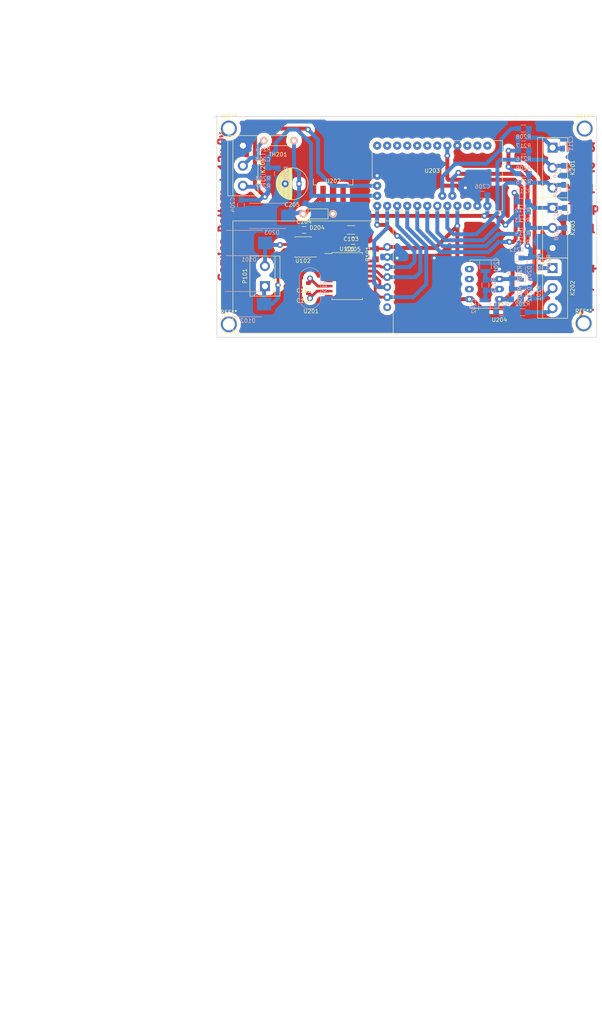
<source format=kicad_pcb>
(kicad_pcb (version 4) (host pcbnew 4.0.6)
  (layers (0 F.Cu signal hide) (31 B.Cu signal) (34 B.Paste user) (35 F.Paste user) (36 B.SilkS user) (37 F.SilkS user) (38 B.Mask user) (39 F.Mask user) (44 Edge.Cuts user))
  (net 0 "")
  (net 1 8V)
  (net 2 FuelLevel+)
  (net 3 CoolantTemp)
  (net 4 AlternatorB+)
  (net 5 ServiceBattery+)
  (net 6 Flywheel+)
  (net 7 Flywheel-)
  (net 8 SCK)
  (net 9 MISO)
  (net 10 CANCS)
  (net 11 GND)
  (net 12 NTC3)
  (net 13 NTC1)
  (net 14 NTC2)
  (net 15 5V150mA)
  (net 16 MOSI)
  (net 17 "Net-(C201-Pad1)")
  (net 18 "Net-(C202-Pad1)")
  (net 19 "Net-(C203-Pad1)")
  (net 20 "Net-(C204-Pad1)")
  (net 21 "Net-(C205-Pad1)")
  (net 22 "Net-(C212-Pad1)")
  (net 23 12vSwitched)
  (net 24 "Net-(R208-Pad1)")
  (net 25 "Net-(R209-Pad1)")
  (net 26 "Net-(R210-Pad1)")
  (net 27 "Net-(R211-Pad1)")
  (net 28 "Net-(R212-Pad1)")
  (net 29 RPMPulse)
  (net 30 "Net-(C101-Pad1)")
  (net 31 "Net-(C102-Pad1)")
  (net 32 "Net-(R101-Pad1)")
  (net 33 "Net-(U101-Pad1)")
  (net 34 "Net-(U101-Pad2)")
  (net 35 "Net-(D101-Pad2)")
  (net 36 "Net-(D102-Pad2)")
  (module Connect:1pin (layer F.Cu) (at 190.754 95.504)
    (fp_text reference REF** (at 0 -3.048) (layer F.SilkS))
    (fp_text value 1pin)
    (pad 1 thru_hole circle (at 0 0) (size 4.064 4.064) (drill 3.048) (layers *.Cu *.Mask))
  )
  (module Connect:1pin (layer F.Cu) (at 191.008 46.228)
    (fp_text reference REF** (at 0 -3.048) (layer F.SilkS))
    (fp_text value 1pin)
    (pad 1 thru_hole circle (at 0 0) (size 4.064 4.064) (drill 3.048) (layers *.Cu *.Mask))
  )
  (module Connect:1pin (layer F.Cu) (at 100.838 46.228)
    (fp_text reference REF** (at 0 -3.048) (layer F.SilkS))
    (fp_text value 1pin)
    (pad 1 thru_hole circle (at 0 0) (size 4.064 4.064) (drill 3.048) (layers *.Cu *.Mask))
  )
  (module Divers:MCP2515Board (layer F.Cu) (at 142.494 98.044 180)
    (fp_text reference U201 (at 20.828 5.588 180) (layer F.SilkS))
    (fp_text value MCP2515Shield)
    (pad 8 smd circle (at 36.576 11.684 180) (size 3 3) (layers F.Cu F.Paste F.Mask))
    (pad 9 smd circle (at 36.576 16.764 180) (size 3 3) (layers F.Cu F.Paste F.Mask))
    (pad 7 thru_hole circle (at 1.524 21.844 180) (size 2 2) (drill 1) (layers *.Cu *.Mask) (net 15 5V150mA))
    (pad 6 thru_hole circle (at 1.524 19.304 180) (size 2 2) (drill 1) (layers *.Cu *.Mask) (net 11 GND))
    (pad 5 thru_hole circle (at 1.524 16.764 180) (size 2 2) (drill 1) (layers *.Cu *.Mask) (net 10 CANCS))
    (pad 1 thru_hole circle (at 1.524 6.604 180) (size 2 2) (drill 1) (layers *.Cu *.Mask))
    (pad 2 thru_hole circle (at 1.524 9.144 180) (size 2 2) (drill 1) (layers *.Cu *.Mask) (net 8 SCK))
    (pad 3 thru_hole circle (at 1.524 11.684 180) (size 2 2) (drill 1) (layers *.Cu *.Mask) (net 16 MOSI))
    (pad 4 thru_hole circle (at 1.524 14.224 180) (size 2 2) (drill 1) (layers *.Cu *.Mask) (net 9 MISO))
  )
  (module Capacitors_SMD:C_0805_HandSoldering (layer B.Cu) (at 109.474 56.134 180)
    (fp_text reference C203 (at 0 2.1 180) (layer B.SilkS) (effects (justify mirror)))
    (fp_text value 1nF)
    (pad 1 smd rect (at -1.25 0 180) (size 1.5 1.25) (layers B.Cu B.Paste B.Mask) (net 19 "Net-(C203-Pad1)"))
    (pad 2 smd rect (at 1.25 0 180) (size 1.5 1.25) (layers B.Cu B.Paste B.Mask) (net 11 GND))
  )
  (module Capacitors_SMD:C_0805_HandSoldering (layer B.Cu) (at 103.886 65.532 270)
    (fp_text reference C204 (at 0 2.1 270) (layer B.SilkS) (effects (justify mirror)))
    (fp_text value 1nF)
    (pad 1 smd rect (at -1.25 0 270) (size 1.5 1.25) (layers B.Cu B.Paste B.Mask) (net 20 "Net-(C204-Pad1)"))
    (pad 2 smd rect (at 1.25 0 270) (size 1.5 1.25) (layers B.Cu B.Paste B.Mask) (net 11 GND))
  )
  (module Capacitors_ThroughHole:C_Radial_D8_L11.5_P3.5 (layer F.Cu) (at 118.618 60.198 180)
    (fp_text reference C205 (at 1.75 -5.3 180) (layer F.SilkS))
    (fp_text value 100uF)
    (pad 2 thru_hole circle (at 3.5 0 180) (size 1.3 1.3) (drill 0.8) (layers *.Cu *.Mask) (net 11 GND))
    (pad 1 thru_hole rect (at 0 0 180) (size 1.3 1.3) (drill 0.8) (layers *.Cu *.Mask) (net 21 "Net-(C205-Pad1)"))
  )
  (module Capacitors_SMD:C_0805_HandSoldering (layer B.Cu) (at 165.1 62.992 180)
    (fp_text reference C206 (at 0 2.1 180) (layer B.SilkS) (effects (justify mirror)))
    (fp_text value 10nF)
    (pad 1 smd rect (at -1.25 0 180) (size 1.5 1.25) (layers B.Cu B.Paste B.Mask) (net 1 8V))
    (pad 2 smd rect (at 1.25 0 180) (size 1.5 1.25) (layers B.Cu B.Paste B.Mask) (net 11 GND))
  )
  (module Capacitors_SMD:C_0805_HandSoldering (layer B.Cu) (at 185.928 67.564 270)
    (fp_text reference C207 (at 0 2.1 270) (layer B.SilkS) (effects (justify mirror)))
    (fp_text value 10nF)
    (pad 1 smd rect (at -1.25 0 270) (size 1.5 1.25) (layers B.Cu B.Paste B.Mask) (net 3 CoolantTemp))
    (pad 2 smd rect (at 1.25 0 270) (size 1.5 1.25) (layers B.Cu B.Paste B.Mask) (net 11 GND))
  )
  (module Capacitors_SMD:C_0805_HandSoldering (layer B.Cu) (at 185.928 72.644 270)
    (fp_text reference C208 (at 0 2.1 270) (layer B.SilkS) (effects (justify mirror)))
    (fp_text value 10nF)
    (pad 1 smd rect (at -1.25 0 270) (size 1.5 1.25) (layers B.Cu B.Paste B.Mask) (net 2 FuelLevel+))
    (pad 2 smd rect (at 1.25 0 270) (size 1.5 1.25) (layers B.Cu B.Paste B.Mask) (net 11 GND))
  )
  (module Capacitors_SMD:C_0805_HandSoldering (layer B.Cu) (at 185.674 61.722 270)
    (fp_text reference C209 (at 0 2.1 270) (layer B.SilkS) (effects (justify mirror)))
    (fp_text value 10nF)
    (pad 1 smd rect (at -1.25 0 270) (size 1.5 1.25) (layers B.Cu B.Paste B.Mask) (net 13 NTC1))
    (pad 2 smd rect (at 1.25 0 270) (size 1.5 1.25) (layers B.Cu B.Paste B.Mask) (net 11 GND))
  )
  (module Capacitors_SMD:C_0805_HandSoldering (layer B.Cu) (at 185.674 56.896 270)
    (fp_text reference C210 (at 0 2.1 270) (layer B.SilkS) (effects (justify mirror)))
    (fp_text value 10nF)
    (pad 1 smd rect (at -1.25 0 270) (size 1.5 1.25) (layers B.Cu B.Paste B.Mask) (net 14 NTC2))
    (pad 2 smd rect (at 1.25 0 270) (size 1.5 1.25) (layers B.Cu B.Paste B.Mask) (net 11 GND))
  )
  (module Capacitors_SMD:C_0805_HandSoldering (layer B.Cu) (at 185.42 50.038 90)
    (fp_text reference C211 (at 0 2.1 90) (layer B.SilkS) (effects (justify mirror)))
    (fp_text value 10nF)
    (pad 1 smd rect (at -1.25 0 90) (size 1.5 1.25) (layers B.Cu B.Paste B.Mask) (net 12 NTC3))
    (pad 2 smd rect (at 1.25 0 90) (size 1.5 1.25) (layers B.Cu B.Paste B.Mask) (net 11 GND))
  )
  (module Capacitors_SMD:C_0805_HandSoldering (layer B.Cu) (at 173.736 78.994 180)
    (fp_text reference C212 (at 0 2.1 180) (layer B.SilkS) (effects (justify mirror)))
    (fp_text value 1nF)
    (pad 1 smd rect (at -1.25 0 180) (size 1.5 1.25) (layers B.Cu B.Paste B.Mask) (net 22 "Net-(C212-Pad1)"))
    (pad 2 smd rect (at 1.25 0 180) (size 1.5 1.25) (layers B.Cu B.Paste B.Mask) (net 11 GND))
  )
  (module Diodes_SMD:D_SOD-123 (layer B.Cu) (at 175.006 82.804 90)
    (fp_text reference D201 (at 0 2 90) (layer B.SilkS) (effects (justify mirror)))
    (fp_text value 1N5819)
    (pad 1 smd rect (at -1.65 0 90) (size 0.9 1.2) (layers B.Cu B.Paste B.Mask) (net 17 "Net-(C201-Pad1)"))
    (pad 2 smd rect (at 1.65 0 90) (size 0.9 1.2) (layers B.Cu B.Paste B.Mask) (net 11 GND))
  )
  (module Diodes_SMD:D_SOD-123 (layer B.Cu) (at 175.006 88.138 90)
    (fp_text reference D202 (at 0 2 90) (layer B.SilkS) (effects (justify mirror)))
    (fp_text value 1N5819)
    (pad 1 smd rect (at -1.65 0 90) (size 0.9 1.2) (layers B.Cu B.Paste B.Mask) (net 11 GND))
    (pad 2 smd rect (at 1.65 0 90) (size 0.9 1.2) (layers B.Cu B.Paste B.Mask) (net 17 "Net-(C201-Pad1)"))
  )
  (module Diodes_SMD:DO-214AB_Handsoldering (layer B.Cu) (at 111.76 68.326)
    (fp_text reference D203 (at 0 4.2) (layer B.SilkS) (effects (justify mirror)))
    (fp_text value "SMBJ30CA-TR TSV")
    (pad 2 smd rect (at 4.1 0) (size 3.6 3.2) (layers B.Cu B.Paste B.Mask) (net 21 "Net-(C205-Pad1)"))
    (pad 1 smd rect (at -4.1 0) (size 3.6 3.2) (layers B.Cu B.Paste B.Mask) (net 11 GND))
  )
  (module Connect:bornier3 (layer F.Cu) (at 182.88 56.134 270)
    (fp_text reference K201 (at 0 -5.08 270) (layer F.SilkS))
    (fp_text value Temps)
    (pad 1 thru_hole rect (at -5.08 0 270) (size 2.54 2.54) (drill 1.524) (layers *.Cu *.Mask) (net 12 NTC3))
    (pad 2 thru_hole circle (at 0 0 270) (size 2.54 2.54) (drill 1.524) (layers *.Cu *.Mask) (net 14 NTC2))
    (pad 3 thru_hole circle (at 5.08 0 270) (size 2.54 2.54) (drill 1.524) (layers *.Cu *.Mask) (net 13 NTC1))
  )
  (module Connect:bornier3 (layer F.Cu) (at 182.88 86.614 270)
    (fp_text reference K202 (at 0 -5.08 270) (layer F.SilkS))
    (fp_text value FuelCool)
    (pad 1 thru_hole rect (at -5.08 0 270) (size 2.54 2.54) (drill 1.524) (layers *.Cu *.Mask) (net 4 AlternatorB+))
    (pad 2 thru_hole circle (at 0 0 270) (size 2.54 2.54) (drill 1.524) (layers *.Cu *.Mask) (net 6 Flywheel+))
    (pad 3 thru_hole circle (at 5.08 0 270) (size 2.54 2.54) (drill 1.524) (layers *.Cu *.Mask) (net 7 Flywheel-))
  )
  (module Connect:bornier3 (layer F.Cu) (at 182.88 71.374 270)
    (fp_text reference K203 (at 0 -5.08 270) (layer F.SilkS))
    (fp_text value FuelCoolAlt)
    (pad 1 thru_hole rect (at -5.08 0 270) (size 2.54 2.54) (drill 1.524) (layers *.Cu *.Mask) (net 3 CoolantTemp))
    (pad 2 thru_hole circle (at 0 0 270) (size 2.54 2.54) (drill 1.524) (layers *.Cu *.Mask) (net 2 FuelLevel+))
    (pad 3 thru_hole circle (at 5.08 0 270) (size 2.54 2.54) (drill 1.524) (layers *.Cu *.Mask) (net 11 GND))
  )
  (module Connect:bornier3 (layer F.Cu) (at 104.394 55.626 270)
    (fp_text reference K204 (at 0 -5.08 270) (layer F.SilkS))
    (fp_text value Supply)
    (pad 1 thru_hole rect (at -5.08 0 270) (size 2.54 2.54) (drill 1.524) (layers *.Cu *.Mask) (net 11 GND))
    (pad 2 thru_hole circle (at 0 0 270) (size 2.54 2.54) (drill 1.524) (layers *.Cu *.Mask) (net 23 12vSwitched))
    (pad 3 thru_hole circle (at 5.08 0 270) (size 2.54 2.54) (drill 1.524) (layers *.Cu *.Mask) (net 5 ServiceBattery+))
  )
  (module Resistors_SMD:R_0805_HandSoldering (layer B.Cu) (at 177.292 87.884 90)
    (fp_text reference R201 (at 0 2.1 90) (layer B.SilkS) (effects (justify mirror)))
    (fp_text value 22K)
    (pad 1 smd rect (at -1.35 0 90) (size 1.5 1.3) (layers B.Cu B.Paste B.Mask) (net 6 Flywheel+))
    (pad 2 smd rect (at 1.35 0 90) (size 1.5 1.3) (layers B.Cu B.Paste B.Mask) (net 17 "Net-(C201-Pad1)"))
  )
  (module Resistors_SMD:R_0805_HandSoldering (layer B.Cu) (at 175.26 92.71 180)
    (fp_text reference R202 (at 0 2.1 180) (layer B.SilkS) (effects (justify mirror)))
    (fp_text value 22K)
    (pad 1 smd rect (at -1.35 0 180) (size 1.5 1.3) (layers B.Cu B.Paste B.Mask) (net 7 Flywheel-))
    (pad 2 smd rect (at 1.35 0 180) (size 1.5 1.3) (layers B.Cu B.Paste B.Mask) (net 11 GND))
  )
  (module Resistors_SMD:R_0805_HandSoldering (layer B.Cu) (at 109.474 60.96 180)
    (fp_text reference R203 (at 0 2.1 180) (layer B.SilkS) (effects (justify mirror)))
    (fp_text value 1M)
    (pad 1 smd rect (at -1.35 0 180) (size 1.5 1.3) (layers B.Cu B.Paste B.Mask) (net 20 "Net-(C204-Pad1)"))
    (pad 2 smd rect (at 1.35 0 180) (size 1.5 1.3) (layers B.Cu B.Paste B.Mask) (net 5 ServiceBattery+))
  )
  (module Resistors_SMD:R_0805_HandSoldering (layer B.Cu) (at 109.474 53.594 180)
    (fp_text reference R204 (at 0 2.1 180) (layer B.SilkS) (effects (justify mirror)))
    (fp_text value 1M)
    (pad 1 smd rect (at -1.35 0 180) (size 1.5 1.3) (layers B.Cu B.Paste B.Mask) (net 19 "Net-(C203-Pad1)"))
    (pad 2 smd rect (at 1.35 0 180) (size 1.5 1.3) (layers B.Cu B.Paste B.Mask) (net 23 12vSwitched))
  )
  (module Resistors_SMD:R_0805_HandSoldering (layer B.Cu) (at 113.284 57.658 90)
    (fp_text reference R205 (at 0 2.1 90) (layer B.SilkS) (effects (justify mirror)))
    (fp_text value 470K)
    (pad 1 smd rect (at -1.35 0 90) (size 1.5 1.3) (layers B.Cu B.Paste B.Mask) (net 11 GND))
    (pad 2 smd rect (at 1.35 0 90) (size 1.5 1.3) (layers B.Cu B.Paste B.Mask) (net 19 "Net-(C203-Pad1)"))
  )
  (module Resistors_SMD:R_0805_HandSoldering (layer B.Cu) (at 172.466 82.804 90)
    (fp_text reference R206 (at 0 2.1 90) (layer B.SilkS) (effects (justify mirror)))
    (fp_text value 1K)
    (pad 1 smd rect (at -1.35 0 90) (size 1.5 1.3) (layers B.Cu B.Paste B.Mask) (net 17 "Net-(C201-Pad1)"))
    (pad 2 smd rect (at 1.35 0 90) (size 1.5 1.3) (layers B.Cu B.Paste B.Mask) (net 11 GND))
  )
  (module Resistors_SMD:R_0805_HandSoldering (layer B.Cu) (at 109.474 58.674)
    (fp_text reference R207 (at 0 2.1) (layer B.SilkS) (effects (justify mirror)))
    (fp_text value 470K)
    (pad 1 smd rect (at -1.35 0) (size 1.5 1.3) (layers B.Cu B.Paste B.Mask) (net 11 GND))
    (pad 2 smd rect (at 1.35 0) (size 1.5 1.3) (layers B.Cu B.Paste B.Mask) (net 20 "Net-(C204-Pad1)"))
  )
  (module Resistors_SMD:R_0805_HandSoldering (layer B.Cu) (at 175.514 46.228)
    (fp_text reference R208 (at 0 2.1) (layer B.SilkS) (effects (justify mirror)))
    (fp_text value 100K)
    (pad 1 smd rect (at -1.35 0) (size 1.5 1.3) (layers B.Cu B.Paste B.Mask) (net 24 "Net-(R208-Pad1)"))
    (pad 2 smd rect (at 1.35 0) (size 1.5 1.3) (layers B.Cu B.Paste B.Mask) (net 12 NTC3))
  )
  (module Resistors_SMD:R_0805_HandSoldering (layer B.Cu) (at 175.514 54.102)
    (fp_text reference R209 (at 0 2.1) (layer B.SilkS) (effects (justify mirror)))
    (fp_text value 100K)
    (pad 1 smd rect (at -1.35 0) (size 1.5 1.3) (layers B.Cu B.Paste B.Mask) (net 25 "Net-(R209-Pad1)"))
    (pad 2 smd rect (at 1.35 0) (size 1.5 1.3) (layers B.Cu B.Paste B.Mask) (net 14 NTC2))
  )
  (module Resistors_SMD:R_0805_HandSoldering (layer B.Cu) (at 175.514 59.944)
    (fp_text reference R210 (at 0 2.1) (layer B.SilkS) (effects (justify mirror)))
    (fp_text value 100K)
    (pad 1 smd rect (at -1.35 0) (size 1.5 1.3) (layers B.Cu B.Paste B.Mask) (net 26 "Net-(R210-Pad1)"))
    (pad 2 smd rect (at 1.35 0) (size 1.5 1.3) (layers B.Cu B.Paste B.Mask) (net 13 NTC1))
  )
  (module Resistors_SMD:R_0805_HandSoldering (layer B.Cu) (at 175.26 72.898)
    (fp_text reference R211 (at 0 2.1) (layer B.SilkS) (effects (justify mirror)))
    (fp_text value 100K)
    (pad 1 smd rect (at -1.35 0) (size 1.5 1.3) (layers B.Cu B.Paste B.Mask) (net 27 "Net-(R211-Pad1)"))
    (pad 2 smd rect (at 1.35 0) (size 1.5 1.3) (layers B.Cu B.Paste B.Mask) (net 2 FuelLevel+))
  )
  (module Resistors_SMD:R_0805_HandSoldering (layer B.Cu) (at 175.26 64.77)
    (fp_text reference R212 (at 0 2.1) (layer B.SilkS) (effects (justify mirror)))
    (fp_text value 100K)
    (pad 1 smd rect (at -1.35 0) (size 1.5 1.3) (layers B.Cu B.Paste B.Mask) (net 28 "Net-(R212-Pad1)"))
    (pad 2 smd rect (at 1.35 0) (size 1.5 1.3) (layers B.Cu B.Paste B.Mask) (net 3 CoolantTemp))
  )
  (module Resistors_SMD:R_0805_HandSoldering (layer B.Cu) (at 175.26 67.31)
    (fp_text reference R213 (at 0 2.1) (layer B.SilkS) (effects (justify mirror)))
    (fp_text value 1K)
    (pad 1 smd rect (at -1.35 0) (size 1.5 1.3) (layers B.Cu B.Paste B.Mask) (net 1 8V))
    (pad 2 smd rect (at 1.35 0) (size 1.5 1.3) (layers B.Cu B.Paste B.Mask) (net 3 CoolantTemp))
  )
  (module Resistors_SMD:R_0805_HandSoldering (layer B.Cu) (at 175.26 70.612)
    (fp_text reference R214 (at 0 2.1) (layer B.SilkS) (effects (justify mirror)))
    (fp_text value 1K)
    (pad 1 smd rect (at -1.35 0) (size 1.5 1.3) (layers B.Cu B.Paste B.Mask) (net 1 8V))
    (pad 2 smd rect (at 1.35 0) (size 1.5 1.3) (layers B.Cu B.Paste B.Mask) (net 2 FuelLevel+))
  )
  (module Resistors_SMD:R_0805_HandSoldering (layer B.Cu) (at 175.514 57.658)
    (fp_text reference R215 (at 0 2.1) (layer B.SilkS) (effects (justify mirror)))
    (fp_text value 4.7K)
    (pad 1 smd rect (at -1.35 0) (size 1.5 1.3) (layers B.Cu B.Paste B.Mask) (net 15 5V150mA))
    (pad 2 smd rect (at 1.35 0) (size 1.5 1.3) (layers B.Cu B.Paste B.Mask) (net 13 NTC1))
  )
  (module Resistors_SMD:R_0805_HandSoldering (layer B.Cu) (at 175.514 51.816)
    (fp_text reference R216 (at 0 2.1) (layer B.SilkS) (effects (justify mirror)))
    (fp_text value 4.7K)
    (pad 1 smd rect (at -1.35 0) (size 1.5 1.3) (layers B.Cu B.Paste B.Mask) (net 15 5V150mA))
    (pad 2 smd rect (at 1.35 0) (size 1.5 1.3) (layers B.Cu B.Paste B.Mask) (net 14 NTC2))
  )
  (module Resistors_SMD:R_0805_HandSoldering (layer B.Cu) (at 175.514 48.514)
    (fp_text reference R217 (at 0 2.1) (layer B.SilkS) (effects (justify mirror)))
    (fp_text value 4.7K)
    (pad 1 smd rect (at -1.35 0) (size 1.5 1.3) (layers B.Cu B.Paste B.Mask) (net 15 5V150mA))
    (pad 2 smd rect (at 1.35 0) (size 1.5 1.3) (layers B.Cu B.Paste B.Mask) (net 12 NTC3))
  )
  (module Resistors_SMD:R_0805_HandSoldering (layer B.Cu) (at 177.292 80.01 90)
    (fp_text reference R218 (at 0 2.1 90) (layer B.SilkS) (effects (justify mirror)))
    (fp_text value 470K)
    (pad 1 smd rect (at -1.35 0 90) (size 1.5 1.3) (layers B.Cu B.Paste B.Mask) (net 11 GND))
    (pad 2 smd rect (at 1.35 0 90) (size 1.5 1.3) (layers B.Cu B.Paste B.Mask) (net 22 "Net-(C212-Pad1)"))
  )
  (module Resistors_SMD:R_0805_HandSoldering (layer B.Cu) (at 179.832 80.01 90)
    (fp_text reference R219 (at 0 2.1 90) (layer B.SilkS) (effects (justify mirror)))
    (fp_text value 1M)
    (pad 1 smd rect (at -1.35 0 90) (size 1.5 1.3) (layers B.Cu B.Paste B.Mask) (net 4 AlternatorB+))
    (pad 2 smd rect (at 1.35 0 90) (size 1.5 1.3) (layers B.Cu B.Paste B.Mask) (net 22 "Net-(C212-Pad1)"))
  )
  (module Resistors_SMD:R_0805_HandSoldering (layer B.Cu) (at 172.466 88.138 90)
    (fp_text reference R220 (at 0 2.1 90) (layer B.SilkS) (effects (justify mirror)))
    (fp_text value 22K)
    (pad 1 smd rect (at -1.35 0 90) (size 1.5 1.3) (layers B.Cu B.Paste B.Mask) (net 29 RPMPulse))
    (pad 2 smd rect (at 1.35 0 90) (size 1.5 1.3) (layers B.Cu B.Paste B.Mask) (net 17 "Net-(C201-Pad1)"))
  )
  (module Resistors_SMD:R_0805_HandSoldering (layer B.Cu) (at 169.926 92.71 180)
    (fp_text reference R221 (at 0 2.1 180) (layer B.SilkS) (effects (justify mirror)))
    (fp_text value 100K)
    (pad 1 smd rect (at -1.35 0 180) (size 1.5 1.3) (layers B.Cu B.Paste B.Mask) (net 11 GND))
    (pad 2 smd rect (at 1.35 0 180) (size 1.5 1.3) (layers B.Cu B.Paste B.Mask) (net 29 RPMPulse))
  )
  (module Resistors_SMD:R_0805_HandSoldering (layer B.Cu) (at 165.862 85.852 90)
    (fp_text reference R222 (at 0 2.1 90) (layer B.SilkS) (effects (justify mirror)))
    (fp_text value 100K)
    (pad 1 smd rect (at -1.35 0 90) (size 1.5 1.3) (layers B.Cu B.Paste B.Mask) (net 18 "Net-(C202-Pad1)"))
    (pad 2 smd rect (at 1.35 0 90) (size 1.5 1.3) (layers B.Cu B.Paste B.Mask) (net 17 "Net-(C201-Pad1)"))
  )
  (module Resistors_ThroughHole:Resistor_Horizontal_RM7mm (layer F.Cu) (at 117.348 49.276 180)
    (fp_text reference TH201 (at 4.05892 -3.50012 180) (layer F.SilkS))
    (fp_text value "500mA Thermistor")
    (pad 1 thru_hole circle (at 0 0 180) (size 1.99898 1.99898) (drill 1.00076) (layers *.Cu *.SilkS *.Mask) (net 21 "Net-(C205-Pad1)"))
    (pad 2 thru_hole circle (at 7.62 0 180) (size 1.99898 1.99898) (drill 1.00076) (layers *.Cu *.SilkS *.Mask) (net 23 12vSwitched))
  )
  (module TO_SOT_Packages_SMD:TO-263-3Lead (layer F.Cu) (at 127.254 58.42 90)
    (fp_text reference U202 (at -1.075 0 180) (layer F.SilkS))
    (fp_text value LM7808CT)
    (pad 2 smd rect (at -4.575 0 90) (size 4.6 1.39) (layers F.Cu F.Paste F.Mask) (net 11 GND))
    (pad 2 smd rect (at 4.575 0 90) (size 9.4 10.8) (layers F.Cu F.Paste F.Mask) (net 11 GND))
    (pad 3 smd rect (at -4.575 2.54 90) (size 4.6 1.39) (layers F.Cu F.Paste F.Mask) (net 1 8V))
    (pad 1 smd rect (at -4.575 -2.54 90) (size 4.6 1.39) (layers F.Cu F.Paste F.Mask) (net 21 "Net-(C205-Pad1)"))
  )
  (module Divers:ArduinoProMini (layer F.Cu) (at 160.02 63.246 180)
    (fp_text reference U203 (at 7.62 6.35 180) (layer F.SilkS))
    (fp_text value ArdinoMinPro)
    (pad 20 thru_hole circle (at 3.81 -2.54 180) (size 2.1 2.1) (drill 0.762) (layers *.Cu *.Mask) (net 25 "Net-(R209-Pad1)"))
    (pad 22 thru_hole circle (at -1.27 -2.54 180) (size 2.1 2.1) (drill 0.762) (layers *.Cu *.Mask))
    (pad 3 thru_hole circle (at -1.27 12.7 180) (size 2.1 2.1) (drill 0.762) (layers *.Cu *.Mask))
    (pad 6 thru_hole circle (at 6.35 12.7 180) (size 2.1 2.1) (drill 0.762) (layers *.Cu *.Mask))
    (pad 7 thru_hole circle (at 8.89 12.7 180) (size 2.1 2.1) (drill 0.762) (layers *.Cu *.Mask))
    (pad 8 thru_hole circle (at 11.43 12.7 180) (size 2.1 2.1) (drill 0.762) (layers *.Cu *.Mask))
    (pad 24 thru_hole circle (at -6.35 -2.54 180) (size 2.1 2.1) (drill 0.762) (layers *.Cu *.Mask) (net 1 8V))
    (pad 23 thru_hole circle (at -3.81 -2.54 180) (size 2.1 2.1) (drill 0.762) (layers *.Cu *.Mask) (net 11 GND))
    (pad 21 thru_hole circle (at 1.27 -2.54 180) (size 2.1 2.1) (drill 0.762) (layers *.Cu *.Mask) (net 15 5V150mA))
    (pad 19 thru_hole circle (at 6.35 -2.54 180) (size 2.1 2.1) (drill 1) (layers *.Cu *.Mask) (net 26 "Net-(R210-Pad1)"))
    (pad 18 thru_hole circle (at 8.89 -2.54 180) (size 2.1 2.1) (drill 0.762) (layers *.Cu *.Mask) (net 27 "Net-(R211-Pad1)"))
    (pad 17 thru_hole circle (at 11.43 -2.54 180) (size 2.1 2.1) (drill 0.762) (layers *.Cu *.Mask) (net 28 "Net-(R212-Pad1)"))
    (pad 16 thru_hole circle (at 13.97 -2.54 180) (size 2.1 2.1) (drill 0.762) (layers *.Cu *.Mask) (net 8 SCK))
    (pad 15 thru_hole circle (at 16.51 -2.54 180) (size 2.1 2.1) (drill 0.762) (layers *.Cu *.Mask) (net 9 MISO))
    (pad 14 thru_hole circle (at 19.05 -2.54 180) (size 2.1 2.1) (drill 0.762) (layers *.Cu *.Mask) (net 16 MOSI))
    (pad 13 thru_hole circle (at 21.59 -2.54 180) (size 2.1 2.1) (drill 0.762) (layers *.Cu *.Mask) (net 10 CANCS))
    (pad 1 thru_hole circle (at -6.35 12.7 180) (size 2.1 2.1) (drill 0.762) (layers *.Cu *.Mask))
    (pad 2 thru_hole circle (at -3.81 12.7 180) (size 2.1 2.1) (drill 0.762) (layers *.Cu *.Mask))
    (pad 5 thru_hole circle (at 3.81 12.7 180) (size 2.1 2.1) (drill 0.762) (layers *.Cu *.Mask) (net 29 RPMPulse))
    (pad 9 thru_hole circle (at 13.97 12.7 180) (size 2.1 2.1) (drill 0.762) (layers *.Cu *.Mask))
    (pad 10 thru_hole circle (at 16.51 12.7 180) (size 2.1 2.1) (drill 0.762) (layers *.Cu *.Mask))
    (pad 11 thru_hole circle (at 19.05 12.7 180) (size 2.1 2.1) (drill 0.762) (layers *.Cu *.Mask))
    (pad 12 thru_hole circle (at 21.59 12.7 180) (size 2.1 2.1) (drill 0.762) (layers *.Cu *.Mask))
    (pad A7 thru_hole circle (at 21.59 0 180) (size 2.1 2.1) (drill 0.762) (layers *.Cu *.Mask) (net 19 "Net-(C203-Pad1)"))
    (pad A6 thru_hole circle (at 21.59 2.54 180) (size 2.1 2.1) (drill 0.762) (layers *.Cu *.Mask) (net 20 "Net-(C204-Pad1)"))
    (pad 31 thru_hole circle (at 21.59 5.08 180) (size 2.1 2.1) (drill 0.762) (layers *.Cu *.Mask) (net 11 GND))
    (pad A5 thru_hole circle (at 2.54 0 180) (size 2.1 2.1) (drill 0.762) (layers *.Cu *.Mask) (net 22 "Net-(C212-Pad1)"))
    (pad A4 thru_hole circle (at 5.08 0 180) (size 2.1 2.1) (drill 0.762) (layers *.Cu *.Mask) (net 24 "Net-(R208-Pad1)"))
    (pad 4 thru_hole circle (at 1.27 12.7 180) (size 2.1 2.1) (drill 0.762) (layers *.Cu *.Mask) (net 11 GND))
  )
  (module Housings_DIP:DIP-8_W7.62mm_LongPads (layer F.Cu) (at 169.418 89.408 180)
    (fp_text reference U204 (at 0 -5.22 180) (layer F.SilkS))
    (fp_text value LM358)
    (pad 1 thru_hole oval (at 0 0 180) (size 2.3 1.6) (drill 0.8) (layers *.Cu *.Mask) (net 29 RPMPulse))
    (pad 2 thru_hole oval (at 0 2.54 180) (size 2.3 1.6) (drill 0.8) (layers *.Cu *.Mask) (net 18 "Net-(C202-Pad1)"))
    (pad 3 thru_hole oval (at 0 5.08 180) (size 2.3 1.6) (drill 0.8) (layers *.Cu *.Mask) (net 17 "Net-(C201-Pad1)"))
    (pad 4 thru_hole oval (at 0 7.62 180) (size 2.3 1.6) (drill 0.8) (layers *.Cu *.Mask) (net 11 GND))
    (pad 5 thru_hole oval (at 7.62 7.62 180) (size 2.3 1.6) (drill 0.8) (layers *.Cu *.Mask))
    (pad 6 thru_hole oval (at 7.62 5.08 180) (size 2.3 1.6) (drill 0.8) (layers *.Cu *.Mask))
    (pad 7 thru_hole oval (at 7.62 2.54 180) (size 2.3 1.6) (drill 0.8) (layers *.Cu *.Mask))
    (pad 8 thru_hole oval (at 7.62 0 180) (size 2.3 1.6) (drill 0.8) (layers *.Cu *.Mask) (net 15 5V150mA))
  )
  (module Capacitors_SMD:C_1210 (layer B.Cu) (at 165.862 80.772 90)
    (fp_text reference C201 (at 0 2.7 90) (layer B.SilkS) (effects (justify mirror)))
    (fp_text value 1uF)
    (pad 1 smd rect (at -1.5 0 90) (size 1 2.5) (layers B.Cu B.Paste B.Mask) (net 17 "Net-(C201-Pad1)"))
    (pad 2 smd rect (at 1.5 0 90) (size 1 2.5) (layers B.Cu B.Paste B.Mask) (net 11 GND))
  )
  (module Capacitors_SMD:C_1210 (layer B.Cu) (at 165.608 91.186 270)
    (fp_text reference C202 (at 0 2.7 270) (layer B.SilkS) (effects (justify mirror)))
    (fp_text value 1uF)
    (pad 1 smd rect (at -1.5 0 270) (size 1 2.5) (layers B.Cu B.Paste B.Mask) (net 18 "Net-(C202-Pad1)"))
    (pad 2 smd rect (at 1.5 0 270) (size 1 2.5) (layers B.Cu B.Paste B.Mask) (net 11 GND))
  )
  (module Resistors_ThroughHole:Resistor_Horizontal_RM7mm (layer F.Cu) (at 127.254 67.818 180)
    (fp_text reference D204 (at 4.05892 -3.50012 180) (layer F.SilkS))
    (fp_text value 1N5819)
    (pad 1 thru_hole circle (at 0 0 180) (size 1.99898 1.99898) (drill 1.00076) (layers *.Cu *.SilkS *.Mask) (net 11 GND))
    (pad 2 thru_hole circle (at 7.62 0 180) (size 1.99898 1.99898) (drill 1.00076) (layers *.Cu *.SilkS *.Mask) (net 21 "Net-(C205-Pad1)"))
  )
  (module Resistors_SMD:R_0603_HandSoldering (layer F.Cu) (at 119.888 87.884 180)
    (fp_text reference C101 (at 0 -1.9 180) (layer F.SilkS))
    (fp_text value 22pF)
    (pad 1 smd rect (at -1.1 0 180) (size 1.2 0.9) (layers F.Cu F.Paste F.Mask) (net 30 "Net-(C101-Pad1)"))
    (pad 2 smd rect (at 1.1 0 180) (size 1.2 0.9) (layers F.Cu F.Paste F.Mask) (net 11 GND))
  )
  (module Resistors_SMD:R_0603_HandSoldering (layer F.Cu) (at 119.888 85.344 180)
    (fp_text reference C102 (at 0 -1.9 180) (layer F.SilkS))
    (fp_text value 22pF)
    (pad 1 smd rect (at -1.1 0 180) (size 1.2 0.9) (layers F.Cu F.Paste F.Mask) (net 31 "Net-(C102-Pad1)"))
    (pad 2 smd rect (at 1.1 0 180) (size 1.2 0.9) (layers F.Cu F.Paste F.Mask) (net 11 GND))
  )
  (module Resistors_SMD:R_1206_HandSoldering (layer F.Cu) (at 131.826 71.882 180)
    (fp_text reference C103 (at 0 -2.3 180) (layer F.SilkS))
    (fp_text value 10uF)
    (pad 1 smd rect (at -2 0 180) (size 2 1.7) (layers F.Cu F.Paste F.Mask) (net 11 GND))
    (pad 2 smd rect (at 2 0 180) (size 2 1.7) (layers F.Cu F.Paste F.Mask) (net 15 5V150mA))
  )
  (module Capacitors_SMD:C_0805_HandSoldering (layer F.Cu) (at 119.888 71.882)
    (fp_text reference C104 (at 0 -2.1) (layer F.SilkS))
    (fp_text value 100nF)
    (pad 1 smd rect (at -1.25 0) (size 1.5 1.25) (layers F.Cu F.Paste F.Mask) (net 11 GND))
    (pad 2 smd rect (at 1.25 0) (size 1.5 1.25) (layers F.Cu F.Paste F.Mask) (net 15 5V150mA))
  )
  (module Capacitors_SMD:C_0805_HandSoldering (layer F.Cu) (at 132.334 74.676 180)
    (fp_text reference C105 (at 0 -2.1 180) (layer F.SilkS))
    (fp_text value 100nF)
    (pad 1 smd rect (at -1.25 0 180) (size 1.5 1.25) (layers F.Cu F.Paste F.Mask) (net 11 GND))
    (pad 2 smd rect (at 1.25 0 180) (size 1.5 1.25) (layers F.Cu F.Paste F.Mask) (net 15 5V150mA))
  )
  (module Resistors_SMD:R_0805_HandSoldering (layer F.Cu) (at 138.176 77.978 90)
    (fp_text reference R101 (at 0 -2.1 90) (layer F.SilkS))
    (fp_text value 10K)
    (pad 1 smd rect (at -1.35 0 90) (size 1.5 1.3) (layers F.Cu F.Paste F.Mask) (net 32 "Net-(R101-Pad1)"))
    (pad 2 smd rect (at 1.35 0 90) (size 1.5 1.3) (layers F.Cu F.Paste F.Mask) (net 15 5V150mA))
  )
  (module Housings_SOIC:SOIC-18W_7.5x11.6mm_Pitch1.27mm (layer F.Cu) (at 130.81 83.566)
    (fp_text reference U101 (at 0 -6.875) (layer F.SilkS))
    (fp_text value MCP2515)
    (pad 1 smd rect (at -4.7 -5.08) (size 2 0.6) (layers F.Cu F.Paste F.Mask) (net 33 "Net-(U101-Pad1)"))
    (pad 2 smd rect (at -4.7 -3.81) (size 2 0.6) (layers F.Cu F.Paste F.Mask) (net 34 "Net-(U101-Pad2)"))
    (pad 3 smd rect (at -4.7 -2.54) (size 2 0.6) (layers F.Cu F.Paste F.Mask))
    (pad 4 smd rect (at -4.7 -1.27) (size 2 0.6) (layers F.Cu F.Paste F.Mask))
    (pad 5 smd rect (at -4.7 0) (size 2 0.6) (layers F.Cu F.Paste F.Mask))
    (pad 6 smd rect (at -4.7 1.27) (size 2 0.6) (layers F.Cu F.Paste F.Mask))
    (pad 7 smd rect (at -4.7 2.54) (size 2 0.6) (layers F.Cu F.Paste F.Mask) (net 31 "Net-(C102-Pad1)"))
    (pad 8 smd rect (at -4.7 3.81) (size 2 0.6) (layers F.Cu F.Paste F.Mask) (net 30 "Net-(C101-Pad1)"))
    (pad 9 smd rect (at -4.7 5.08) (size 2 0.6) (layers F.Cu F.Paste F.Mask) (net 11 GND))
    (pad 10 smd rect (at 4.7 5.08) (size 2 0.6) (layers F.Cu F.Paste F.Mask))
    (pad 11 smd rect (at 4.7 3.81) (size 2 0.6) (layers F.Cu F.Paste F.Mask))
    (pad 12 smd rect (at 4.7 2.54) (size 2 0.6) (layers F.Cu F.Paste F.Mask))
    (pad 13 smd rect (at 4.7 1.27) (size 2 0.6) (layers F.Cu F.Paste F.Mask) (net 8 SCK))
    (pad 14 smd rect (at 4.7 0) (size 2 0.6) (layers F.Cu F.Paste F.Mask) (net 16 MOSI))
    (pad 15 smd rect (at 4.7 -1.27) (size 2 0.6) (layers F.Cu F.Paste F.Mask) (net 9 MISO))
    (pad 16 smd rect (at 4.7 -2.54) (size 2 0.6) (layers F.Cu F.Paste F.Mask) (net 10 CANCS))
    (pad 17 smd rect (at 4.7 -3.81) (size 2 0.6) (layers F.Cu F.Paste F.Mask) (net 32 "Net-(R101-Pad1)"))
    (pad 18 smd rect (at 4.7 -5.08) (size 2 0.6) (layers F.Cu F.Paste F.Mask) (net 15 5V150mA))
  )
  (module Housings_SOIC:SOIC-8_3.9x4.9mm_Pitch1.27mm (layer F.Cu) (at 119.634 76.2 180)
    (fp_text reference U102 (at 0 -3.5 180) (layer F.SilkS))
    (fp_text value TJA1050)
    (pad 1 smd rect (at -2.7 -1.905 180) (size 1.55 0.6) (layers F.Cu F.Paste F.Mask) (net 33 "Net-(U101-Pad1)"))
    (pad 2 smd rect (at -2.7 -0.635 180) (size 1.55 0.6) (layers F.Cu F.Paste F.Mask) (net 11 GND))
    (pad 3 smd rect (at -2.7 0.635 180) (size 1.55 0.6) (layers F.Cu F.Paste F.Mask) (net 15 5V150mA))
    (pad 4 smd rect (at -2.7 1.905 180) (size 1.55 0.6) (layers F.Cu F.Paste F.Mask) (net 34 "Net-(U101-Pad2)"))
    (pad 5 smd rect (at 2.7 1.905 180) (size 1.55 0.6) (layers F.Cu F.Paste F.Mask))
    (pad 6 smd rect (at 2.7 0.635 180) (size 1.55 0.6) (layers F.Cu F.Paste F.Mask) (net 35 "Net-(D101-Pad2)"))
    (pad 7 smd rect (at 2.7 -0.635 180) (size 1.55 0.6) (layers F.Cu F.Paste F.Mask) (net 36 "Net-(D102-Pad2)"))
    (pad 8 smd rect (at 2.7 -1.905 180) (size 1.55 0.6) (layers F.Cu F.Paste F.Mask) (net 11 GND))
  )
  (module Crystals:Resonator-2pin_w10.0mm_h5.0mm (layer B.Cu) (at 121.412 89.154 90)
    (fp_text reference X101 (at 2.5 3.7 90) (layer B.SilkS) (effects (justify mirror)))
    (fp_text value 8MHz)
    (pad 1 thru_hole circle (at 0 0 90) (size 1.5 1.5) (drill 0.8) (layers *.Cu *.Mask) (net 30 "Net-(C101-Pad1)"))
    (pad 2 thru_hole circle (at 5 0 90) (size 1.5 1.5) (drill 0.8) (layers *.Cu *.Mask) (net 31 "Net-(C102-Pad1)"))
  )
  (module Connect:bornier2 (layer F.Cu) (at 109.982 83.566 90)
    (fp_text reference P101 (at 0 -5.08 90) (layer F.SilkS))
    (fp_text value CanBus)
    (pad 1 thru_hole rect (at -2.54 0 90) (size 2.54 2.54) (drill 1.524) (layers *.Cu *.Mask) (net 36 "Net-(D102-Pad2)"))
    (pad 2 thru_hole circle (at 2.54 0 90) (size 2.54 2.54) (drill 1.524) (layers *.Cu *.Mask) (net 35 "Net-(D101-Pad2)"))
  )
  (module Diodes_SMD:DO-214AB_Handsoldering (layer B.Cu) (at 105.918 75.184)
    (fp_text reference D101 (at 0 4.2) (layer B.SilkS) (effects (justify mirror)))
    (fp_text value "SMBJ30CA-TR TSV")
    (pad 2 smd rect (at 4.1 0) (size 3.6 3.2) (layers B.Cu B.Paste B.Mask) (net 35 "Net-(D101-Pad2)"))
    (pad 1 smd rect (at -4.1 0) (size 3.6 3.2) (layers B.Cu B.Paste B.Mask) (net 11 GND))
  )
  (module Diodes_SMD:DO-214AB_Handsoldering (layer B.Cu) (at 105.664 90.678)
    (fp_text reference D102 (at 0 4.2) (layer B.SilkS) (effects (justify mirror)))
    (fp_text value "SMBJ30CA-TR TSV")
    (pad 2 smd rect (at 4.1 0) (size 3.6 3.2) (layers B.Cu B.Paste B.Mask) (net 36 "Net-(D102-Pad2)"))
    (pad 1 smd rect (at -4.1 0) (size 3.6 3.2) (layers B.Cu B.Paste B.Mask) (net 11 GND))
  )
  (module Connect:1pin (layer F.Cu) (at 100.838 95.758)
    (fp_text reference REF** (at 0 -3.048) (layer F.SilkS))
    (fp_text value 1pin)
    (pad 1 thru_hole circle (at 0 0) (size 4.064 4.064) (drill 3.048) (layers *.Cu *.Mask))
  )
  (gr_text Fly- (at 190.246 91.948) (layer F.Cu) (effects (font (size 2 2) (thickness 0.5))))
  (gr_text Fly+ (at 190.246 86.868) (layer F.Cu) (effects (font (size 2 2) (thickness 0.5))))
  (gr_text AltB+ (at 190.246 81.534) (layer F.Cu) (effects (font (size 2 2) (thickness 0.5))))
  (gr_text "Service Battery +" (at 99.314 71.374 90) (layer F.Cu) (effects (font (size 2 2) (thickness 0.5))))
  (gr_text 12v (at 99.314 54.102 90) (layer F.Cu) (effects (font (size 2 2) (thickness 0.5))))
  (gr_text 0v (at 99.06 48.768 90) (layer F.Cu) (effects (font (size 2 2) (thickness 0.5))))
  (gr_text NCT3 (at 189.992 51.054) (layer F.Cu) (effects (font (size 2 2) (thickness 0.5))))
  (gr_text NCT2 (at 189.992 56.134) (layer F.Cu) (effects (font (size 2 2) (thickness 0.5))))
  (gr_text NCT1 (at 189.992 61.468) (layer F.Cu) (effects (font (size 2 2) (thickness 0.5))))
  (gr_text 0v (at 189.23 76.2) (layer F.Cu) (effects (font (size 2 2) (thickness 0.5))))
  (gr_text Fuel (at 190.5 71.628) (layer F.Cu) (effects (font (size 2 2) (thickness 0.5))))
  (gr_text Temp (at 190.754 66.294) (layer F.Cu) (effects (font (size 2 2) (thickness 0.5))))
  (gr_line (start 97.79 99.06) (end 97.79 42.926) (angle 90) (layer Edge.Cuts) (width 0.15))
  (gr_line (start 194.056 99.06) (end 97.79 99.06) (angle 90) (layer Edge.Cuts) (width 0.15))
  (gr_line (start 194.056 43.18) (end 194.056 99.06) (angle 90) (layer Edge.Cuts) (width 0.15))
  (gr_line (start 97.028 43.18) (end 194.056 43.18) (angle 90) (layer Edge.Cuts) (width 0.15))
  (segment (start 138.664 73.66) (end 138.664 73.386) (width 0.7) (layer F.Cu) (net 0))
  (segment (start 138.51 73.814) (end 138.664 73.66) (width 0.7) (layer F.Cu) (net 0))
  (segment (start 165.608 68.326) (end 132.588 68.326) (width 1) (layer F.Cu) (net 1))
  (segment (start 129.794 65.532) (end 129.794 62.995) (width 1) (layer F.Cu) (net 1))
  (segment (start 132.588 68.326) (end 129.794 65.532) (width 1) (layer F.Cu) (net 1))
  (segment (start 173.91 67.31) (end 173.91 67.644) (width 1) (layer B.Cu) (net 1))
  (segment (start 173.91 67.644) (end 170.942 70.612) (width 1) (layer B.Cu) (net 1))
  (segment (start 166.37 67.564) (end 166.37 65.786) (width 1) (layer B.Cu) (net 1))
  (segment (start 165.608 68.326) (end 166.37 67.564) (width 1) (layer B.Cu) (net 1))
  (via (at 165.608 68.326) (size 1.5) (drill 0.7) (layers F.Cu B.Cu) (net 1))
  (segment (start 168.656 68.326) (end 165.608 68.326) (width 1) (layer F.Cu) (net 1))
  (segment (start 170.942 70.612) (end 168.656 68.326) (width 1) (layer F.Cu) (net 1))
  (via (at 170.942 70.612) (size 1.5) (drill 0.7) (layers F.Cu B.Cu) (net 1))
  (segment (start 166.37 66.294) (end 166.37 65.786) (width 1) (layer B.Cu) (net 1))
  (segment (start 173.91 70.612) (end 173.91 67.31) (width 1) (layer B.Cu) (net 1))
  (segment (start 166.35 62.992) (end 166.35 65.766) (width 1) (layer B.Cu) (net 1))
  (segment (start 166.35 65.766) (end 166.37 65.786) (width 1) (layer B.Cu) (net 1))
  (segment (start 182.88 71.374) (end 177.372 71.374) (width 1) (layer B.Cu) (net 2))
  (segment (start 177.372 71.374) (end 176.61 70.612) (width 1) (layer B.Cu) (net 2))
  (segment (start 182.88 71.374) (end 185.908 71.374) (width 1) (layer B.Cu) (net 2))
  (segment (start 185.908 71.374) (end 185.928 71.394) (width 1) (layer B.Cu) (net 2))
  (segment (start 176.61 70.612) (end 176.61 72.898) (width 1) (layer B.Cu) (net 2))
  (segment (start 177.118 71.12) (end 176.61 70.612) (width 1) (layer B.Cu) (net 2))
  (segment (start 182.88 66.294) (end 178.134 66.294) (width 1) (layer B.Cu) (net 3))
  (segment (start 177.88 66.04) (end 176.61 64.77) (width 1) (layer B.Cu) (net 3))
  (segment (start 178.134 66.294) (end 177.88 66.04) (width 1) (layer B.Cu) (net 3))
  (segment (start 182.88 66.294) (end 185.908 66.294) (width 1) (layer B.Cu) (net 3))
  (segment (start 185.908 66.294) (end 185.928 66.314) (width 1) (layer B.Cu) (net 3))
  (segment (start 176.61 64.77) (end 176.61 67.31) (width 1) (layer B.Cu) (net 3))
  (segment (start 182.88 81.534) (end 180.006 81.534) (width 1) (layer B.Cu) (net 4))
  (segment (start 180.006 81.534) (end 179.832 81.36) (width 1) (layer B.Cu) (net 4))
  (segment (start 108.124 60.96) (end 104.648 60.96) (width 1) (layer B.Cu) (net 5))
  (segment (start 104.648 60.96) (end 104.394 60.706) (width 1) (layer B.Cu) (net 5))
  (segment (start 177.292 89.234) (end 180.26 89.234) (width 1) (layer B.Cu) (net 6))
  (segment (start 180.26 89.234) (end 182.88 86.614) (width 1) (layer B.Cu) (net 6))
  (segment (start 176.61 92.71) (end 181.864 92.71) (width 1) (layer B.Cu) (net 7))
  (segment (start 181.864 92.71) (end 182.88 91.694) (width 1) (layer B.Cu) (net 7))
  (segment (start 140.97 88.9) (end 139.192 88.9) (width 0.7) (layer F.Cu) (net 8))
  (segment (start 137.414 84.836) (end 135.51 84.836) (width 0.7) (layer F.Cu) (net 8))
  (segment (start 137.922 85.344) (end 137.414 84.836) (width 0.7) (layer F.Cu) (net 8))
  (segment (start 137.922 87.63) (end 137.922 85.344) (width 0.7) (layer F.Cu) (net 8))
  (segment (start 139.192 88.9) (end 137.922 87.63) (width 0.7) (layer F.Cu) (net 8))
  (segment (start 146.05 65.786) (end 146.05 71.209324) (width 1) (layer B.Cu) (net 8))
  (segment (start 147.574 88.9) (end 140.97 88.9) (width 1) (layer B.Cu) (net 8))
  (segment (start 150.876 85.598) (end 147.574 88.9) (width 1) (layer B.Cu) (net 8))
  (segment (start 150.876 76.035324) (end 150.876 85.598) (width 1) (layer B.Cu) (net 8))
  (segment (start 146.05 71.209324) (end 150.876 76.035324) (width 1) (layer B.Cu) (net 8))
  (segment (start 140.97 83.82) (end 139.79212 83.82) (width 0.7) (layer F.Cu) (net 9))
  (segment (start 138.26812 82.296) (end 135.51 82.296) (width 0.7) (layer F.Cu) (net 9))
  (segment (start 139.79212 83.82) (end 138.26812 82.296) (width 0.7) (layer F.Cu) (net 9))
  (segment (start 140.97 83.82) (end 148.105998 83.82) (width 1) (layer B.Cu) (net 9))
  (segment (start 143.51 70.790648) (end 143.51 65.786) (width 1) (layer B.Cu) (net 9))
  (segment (start 149.375998 76.656646) (end 143.51 70.790648) (width 1) (layer B.Cu) (net 9))
  (segment (start 149.375998 82.55) (end 149.375998 76.656646) (width 1) (layer B.Cu) (net 9))
  (segment (start 148.105998 83.82) (end 149.375998 82.55) (width 1) (layer B.Cu) (net 9))
  (segment (start 140.97 81.28) (end 139.446 81.28) (width 0.7) (layer F.Cu) (net 10))
  (segment (start 139.192 81.026) (end 135.51 81.026) (width 0.7) (layer F.Cu) (net 10))
  (segment (start 139.446 81.28) (end 139.192 81.026) (width 0.7) (layer F.Cu) (net 10))
  (segment (start 140.97 81.28) (end 146.558 81.28) (width 1) (layer B.Cu) (net 10))
  (segment (start 138.43 69.85) (end 138.43 65.786) (width 1) (layer B.Cu) (net 10))
  (segment (start 138.43 69.596) (end 138.43 69.85) (width 1) (layer B.Cu) (net 10))
  (segment (start 138.43 70.612) (end 138.43 69.596) (width 1) (layer B.Cu) (net 10))
  (via (at 138.43 70.612) (size 1.5) (drill 0.7) (layers F.Cu B.Cu) (net 10))
  (segment (start 140.716 70.612) (end 138.43 70.612) (width 1) (layer F.Cu) (net 10))
  (segment (start 143.51 73.406) (end 140.716 70.612) (width 1) (layer F.Cu) (net 10))
  (via (at 143.51 73.406) (size 1.5) (drill 0.7) (layers F.Cu B.Cu) (net 10))
  (segment (start 144.004028 73.406) (end 143.51 73.406) (width 1) (layer B.Cu) (net 10))
  (segment (start 147.875996 77.277968) (end 144.004028 73.406) (width 1) (layer B.Cu) (net 10))
  (segment (start 147.875996 79.962004) (end 147.875996 77.277968) (width 1) (layer B.Cu) (net 10))
  (segment (start 146.558 81.28) (end 147.875996 79.962004) (width 1) (layer B.Cu) (net 10))
  (segment (start 118.788 86.614) (end 116.332 86.614) (width 1) (layer F.Cu) (net 11))
  (segment (start 116.332 86.614) (end 115.443 85.725) (width 1) (layer F.Cu) (net 11))
  (segment (start 118.788 87.884) (end 118.788 86.614) (width 1) (layer F.Cu) (net 11))
  (segment (start 118.788 86.614) (end 118.788 85.344) (width 1) (layer F.Cu) (net 11))
  (segment (start 101.818 75.184) (end 101.818 90.424) (width 1) (layer B.Cu) (net 11))
  (segment (start 101.818 90.424) (end 101.564 90.678) (width 1) (layer B.Cu) (net 11))
  (segment (start 107.66 68.326) (end 107.66 69.342) (width 1) (layer B.Cu) (net 11))
  (segment (start 107.66 69.342) (end 101.818 75.184) (width 1) (layer B.Cu) (net 11))
  (segment (start 137.922 94.234) (end 114.3 94.234) (width 1) (layer F.Cu) (net 11))
  (segment (start 108.712 70.104) (end 126.492 70.104) (width 1) (layer F.Cu) (net 11))
  (segment (start 102.108 76.708) (end 108.712 70.104) (width 1) (layer F.Cu) (net 11))
  (segment (start 102.108 90.678) (end 102.108 76.708) (width 1) (layer F.Cu) (net 11))
  (segment (start 105.664 94.234) (end 102.108 90.678) (width 1) (layer F.Cu) (net 11))
  (segment (start 114.3 94.234) (end 105.664 94.234) (width 1) (layer F.Cu) (net 11))
  (segment (start 126.492 70.104) (end 127.254 69.342) (width 1) (layer F.Cu) (net 11))
  (segment (start 127.254 69.342) (end 127.254 67.818) (width 1) (layer F.Cu) (net 11))
  (segment (start 118.638 71.882) (end 118.638 72.594002) (width 0.7) (layer F.Cu) (net 11))
  (segment (start 118.999 72.955002) (end 118.999 78.105) (width 0.7) (layer F.Cu) (net 11))
  (segment (start 118.638 72.594002) (end 118.999 72.955002) (width 0.7) (layer F.Cu) (net 11))
  (segment (start 118.638 71.882) (end 118.638 71.1) (width 0.7) (layer F.Cu) (net 11))
  (segment (start 118.638 71.1) (end 119.634 70.104) (width 0.7) (layer F.Cu) (net 11))
  (segment (start 119.634 70.104) (end 126.492 70.104) (width 0.7) (layer F.Cu) (net 11))
  (segment (start 127.254 69.342) (end 127.254 67.818) (width 0.7) (layer F.Cu) (net 11))
  (segment (start 126.492 70.104) (end 127.254 69.342) (width 0.7) (layer F.Cu) (net 11))
  (segment (start 133.826 71.882) (end 133.826 71.85) (width 0.7) (layer F.Cu) (net 11))
  (segment (start 133.826 71.85) (end 129.794 67.818) (width 0.7) (layer F.Cu) (net 11))
  (segment (start 129.794 67.818) (end 127.254 67.818) (width 0.7) (layer F.Cu) (net 11))
  (segment (start 133.584 74.676) (end 133.584 72.124) (width 0.7) (layer F.Cu) (net 11))
  (segment (start 133.584 72.124) (end 133.826 71.882) (width 0.7) (layer F.Cu) (net 11))
  (segment (start 116.934 78.105) (end 118.999 78.105) (width 0.7) (layer F.Cu) (net 11))
  (segment (start 120.269 76.835) (end 122.334 76.835) (width 0.7) (layer F.Cu) (net 11))
  (segment (start 118.999 78.105) (end 120.269 76.835) (width 0.7) (layer F.Cu) (net 11))
  (segment (start 115.443 79.883) (end 115.443 85.725) (width 0.7) (layer F.Cu) (net 11))
  (segment (start 115.951 78.105) (end 115.316 78.74) (width 0.7) (layer F.Cu) (net 11))
  (segment (start 115.316 78.74) (end 115.316 79.756) (width 0.7) (layer F.Cu) (net 11))
  (segment (start 115.316 79.756) (end 115.443 79.883) (width 0.7) (layer F.Cu) (net 11))
  (segment (start 116.934 78.105) (end 115.951 78.105) (width 0.7) (layer F.Cu) (net 11))
  (segment (start 127.254 67.818) (end 127.54 67.818) (width 1) (layer F.Cu) (net 11))
  (segment (start 126.11 88.646) (end 126.11 91.568) (width 0.7) (layer F.Cu) (net 11))
  (segment (start 126.11 91.568) (end 125.222 92.456) (width 0.7) (layer F.Cu) (net 11))
  (segment (start 125.222 92.456) (end 116.332 92.456) (width 0.7) (layer F.Cu) (net 11))
  (segment (start 116.332 92.456) (end 115.062 91.186) (width 0.7) (layer F.Cu) (net 11))
  (segment (start 115.062 91.186) (end 115.062 86.106) (width 0.7) (layer F.Cu) (net 11))
  (segment (start 115.062 86.106) (end 115.443 85.725) (width 0.7) (layer F.Cu) (net 11))
  (segment (start 108.124 58.674) (end 106.172 58.674) (width 1) (layer B.Cu) (net 11))
  (segment (start 101.346 58.166) (end 100.838 58.674) (width 1) (layer B.Cu) (net 11))
  (segment (start 105.664 58.166) (end 101.346 58.166) (width 1) (layer B.Cu) (net 11))
  (segment (start 106.172 58.674) (end 105.664 58.166) (width 1) (layer B.Cu) (net 11))
  (segment (start 113.284 59.008) (end 113.928 59.008) (width 1) (layer B.Cu) (net 11))
  (segment (start 113.928 59.008) (end 115.118 60.198) (width 1) (layer B.Cu) (net 11))
  (segment (start 104.394 50.546) (end 104.394 45.466) (width 1) (layer B.Cu) (net 11))
  (segment (start 124.968 44.45) (end 105.41 44.45) (width 1) (layer B.Cu) (net 11))
  (segment (start 105.41 44.45) (end 104.394 45.466) (width 1) (layer B.Cu) (net 11))
  (segment (start 124.968 44.45) (end 138.43 57.912) (width 1) (layer B.Cu) (net 11))
  (segment (start 103.886 51.054) (end 100.838 51.054) (width 1) (layer B.Cu) (net 11))
  (segment (start 100.838 51.054) (end 100.838 58.674) (width 1) (layer B.Cu) (net 11))
  (segment (start 103.886 51.054) (end 104.394 50.546) (width 1) (layer B.Cu) (net 11))
  (segment (start 185.928 68.814) (end 187.178 68.814) (width 1) (layer B.Cu) (net 11))
  (segment (start 187.178 68.814) (end 187.96 69.596) (width 1) (layer B.Cu) (net 11))
  (segment (start 185.674 62.972) (end 186.924 62.972) (width 1) (layer B.Cu) (net 11))
  (segment (start 186.924 62.972) (end 187.96 64.008) (width 1) (layer B.Cu) (net 11))
  (segment (start 185.674 58.146) (end 187.178 58.146) (width 1) (layer B.Cu) (net 11))
  (segment (start 187.178 58.146) (end 187.96 58.928) (width 1) (layer B.Cu) (net 11))
  (segment (start 185.928 73.894) (end 187.94 73.894) (width 1) (layer B.Cu) (net 11))
  (segment (start 187.218 48.788) (end 185.42 48.788) (width 1) (layer B.Cu) (net 11))
  (segment (start 187.96 49.53) (end 187.218 48.788) (width 1) (layer B.Cu) (net 11))
  (segment (start 187.96 73.874) (end 187.96 69.596) (width 1) (layer B.Cu) (net 11))
  (segment (start 187.96 69.596) (end 187.96 64.008) (width 1) (layer B.Cu) (net 11))
  (segment (start 187.96 64.008) (end 187.96 58.928) (width 1) (layer B.Cu) (net 11))
  (segment (start 187.96 58.928) (end 187.96 49.53) (width 1) (layer B.Cu) (net 11))
  (segment (start 187.94 73.894) (end 187.96 73.874) (width 1) (layer B.Cu) (net 11))
  (segment (start 152.908 78.994) (end 152.908 89.662) (width 1) (layer B.Cu) (net 11))
  (segment (start 155.932 92.686) (end 165.608 92.686) (width 1) (layer B.Cu) (net 11))
  (segment (start 152.908 89.662) (end 155.932 92.686) (width 1) (layer B.Cu) (net 11))
  (segment (start 152.908 78.994) (end 152.908 88.138) (width 1) (layer F.Cu) (net 11))
  (segment (start 146.812 94.234) (end 137.922 94.234) (width 1) (layer F.Cu) (net 11))
  (segment (start 137.922 94.234) (end 137.668 94.234) (width 1) (layer F.Cu) (net 11))
  (segment (start 152.908 88.138) (end 146.812 94.234) (width 1) (layer F.Cu) (net 11))
  (segment (start 107.66 68.326) (end 107.66 69.306) (width 1) (layer B.Cu) (net 11))
  (segment (start 107.66 69.306) (end 110.744 71.12) (width 1) (layer B.Cu) (net 11))
  (segment (start 110.744 71.12) (end 123.698 71.12) (width 1) (layer B.Cu) (net 11))
  (segment (start 123.698 71.12) (end 127.254 67.818) (width 1) (layer B.Cu) (net 11))
  (segment (start 138.43 58.166) (end 138.43 57.912) (width 1) (layer B.Cu) (net 11))
  (segment (start 158.75 50.546) (end 158.75 48.006) (width 1) (layer B.Cu) (net 11))
  (segment (start 135.128 54.864) (end 138.43 58.166) (width 1) (layer B.Cu) (net 11))
  (segment (start 135.128 49.022) (end 135.128 54.864) (width 1) (layer B.Cu) (net 11))
  (segment (start 137.668 46.482) (end 135.128 49.022) (width 1) (layer B.Cu) (net 11))
  (segment (start 157.226 46.482) (end 137.668 46.482) (width 1) (layer B.Cu) (net 11))
  (segment (start 158.75 48.006) (end 157.226 46.482) (width 1) (layer B.Cu) (net 11))
  (segment (start 163.85 62.992) (end 162.56 62.992) (width 1) (layer B.Cu) (net 11))
  (segment (start 141.729 53.845) (end 127.254 53.845) (width 1) (layer F.Cu) (net 11))
  (segment (start 148.566002 60.682002) (end 141.729 53.845) (width 1) (layer F.Cu) (net 11))
  (segment (start 160.250002 60.682002) (end 148.566002 60.682002) (width 1) (layer F.Cu) (net 11))
  (segment (start 160.782 61.214) (end 160.250002 60.682002) (width 1) (layer F.Cu) (net 11))
  (via (at 160.782 61.214) (size 1.5) (drill 0.7) (layers F.Cu B.Cu) (net 11))
  (segment (start 162.56 62.992) (end 160.782 61.214) (width 1) (layer B.Cu) (net 11))
  (segment (start 127.254 53.845) (end 127.254 62.995) (width 1) (layer F.Cu) (net 11))
  (segment (start 165.584 78.994) (end 152.908 78.994) (width 1) (layer B.Cu) (net 11))
  (segment (start 143.256 78.74) (end 143.51 78.994) (width 1) (layer B.Cu) (net 11))
  (via (at 143.51 78.994) (size 1.5) (drill 0.7) (layers F.Cu B.Cu) (net 11))
  (segment (start 143.51 78.994) (end 152.908 78.994) (width 1) (layer F.Cu) (net 11))
  (via (at 152.908 78.994) (size 1.5) (drill 0.7) (layers F.Cu B.Cu) (net 11))
  (segment (start 143.256 78.74) (end 140.97 78.74) (width 1) (layer B.Cu) (net 11))
  (segment (start 165.584 78.994) (end 165.862 79.272) (width 1) (layer B.Cu) (net 11))
  (segment (start 177.292 81.36) (end 177.292 83.058) (width 1) (layer B.Cu) (net 11))
  (segment (start 186.182 79.756) (end 182.88 76.454) (width 1) (layer B.Cu) (net 11))
  (segment (start 186.182 83.312) (end 186.182 79.756) (width 1) (layer B.Cu) (net 11))
  (segment (start 185.42 84.074) (end 186.182 83.312) (width 1) (layer B.Cu) (net 11))
  (segment (start 178.308 84.074) (end 185.42 84.074) (width 1) (layer B.Cu) (net 11))
  (segment (start 177.292 83.058) (end 178.308 84.074) (width 1) (layer B.Cu) (net 11))
  (segment (start 185.928 73.894) (end 185.44 73.894) (width 1) (layer B.Cu) (net 11))
  (segment (start 185.44 73.894) (end 182.88 76.454) (width 1) (layer B.Cu) (net 11))
  (segment (start 163.85 62.992) (end 163.85 65.766) (width 1) (layer B.Cu) (net 11))
  (segment (start 163.85 65.766) (end 163.83 65.786) (width 1) (layer B.Cu) (net 11))
  (segment (start 103.886 66.782) (end 102.088 66.782) (width 1) (layer B.Cu) (net 11))
  (segment (start 100.838 65.532) (end 100.838 58.674) (width 1) (layer B.Cu) (net 11))
  (segment (start 102.088 66.782) (end 100.838 65.532) (width 1) (layer B.Cu) (net 11))
  (segment (start 107.66 68.326) (end 104.16 67.056) (width 1) (layer B.Cu) (net 11))
  (segment (start 104.16 67.056) (end 103.886 66.782) (width 1) (layer B.Cu) (net 11))
  (segment (start 127.254 67.818) (end 127.254 62.995) (width 1) (layer F.Cu) (net 11))
  (segment (start 115.118 60.198) (end 115.118 59.826) (width 1) (layer B.Cu) (net 11))
  (segment (start 112.776 63.246) (end 112.776 62.54) (width 1) (layer B.Cu) (net 11))
  (segment (start 108.966 68.326) (end 112.776 63.246) (width 1) (layer B.Cu) (net 11))
  (segment (start 112.776 62.54) (end 115.118 60.198) (width 1) (layer B.Cu) (net 11))
  (segment (start 107.87 58.42) (end 108.124 58.674) (width 1) (layer B.Cu) (net 11))
  (segment (start 108.966 68.326) (end 107.66 68.326) (width 1) (layer B.Cu) (net 11))
  (segment (start 107.716 68.27) (end 107.66 68.326) (width 1) (layer B.Cu) (net 11))
  (segment (start 108.124 58.674) (end 108.124 56.234) (width 1) (layer B.Cu) (net 11))
  (segment (start 108.124 56.234) (end 108.224 56.134) (width 1) (layer B.Cu) (net 11))
  (segment (start 172.486 78.994) (end 172.486 81.434) (width 1) (layer B.Cu) (net 11))
  (segment (start 172.486 81.434) (end 172.466 81.454) (width 1) (layer B.Cu) (net 11))
  (segment (start 177.292 81.36) (end 175.212 81.36) (width 1) (layer B.Cu) (net 11))
  (segment (start 175.212 81.36) (end 175.006 81.154) (width 1) (layer B.Cu) (net 11))
  (segment (start 169.418 81.788) (end 169.418 79.502) (width 1) (layer B.Cu) (net 11))
  (segment (start 169.188 79.272) (end 165.862 79.272) (width 1) (layer B.Cu) (net 11))
  (segment (start 169.418 79.502) (end 169.188 79.272) (width 1) (layer B.Cu) (net 11))
  (segment (start 171.276 92.71) (end 171.276 92.884) (width 1) (layer B.Cu) (net 11))
  (segment (start 171.276 92.884) (end 169.672 94.488) (width 1) (layer B.Cu) (net 11))
  (segment (start 169.672 94.488) (end 166.37 94.488) (width 1) (layer B.Cu) (net 11))
  (segment (start 166.37 94.488) (end 165.608 93.726) (width 1) (layer B.Cu) (net 11))
  (segment (start 165.608 93.726) (end 165.608 92.686) (width 1) (layer B.Cu) (net 11))
  (segment (start 172.466 81.454) (end 174.706 81.454) (width 1) (layer B.Cu) (net 11))
  (segment (start 174.706 81.454) (end 175.006 81.154) (width 1) (layer B.Cu) (net 11))
  (segment (start 169.418 81.788) (end 172.132 81.788) (width 1) (layer B.Cu) (net 11))
  (segment (start 172.132 81.788) (end 172.466 81.454) (width 1) (layer B.Cu) (net 11))
  (segment (start 173.91 92.71) (end 173.91 91.52) (width 1) (layer B.Cu) (net 11))
  (segment (start 175.006 90.424) (end 175.006 89.788) (width 1) (layer B.Cu) (net 11))
  (segment (start 173.91 91.52) (end 175.006 90.424) (width 1) (layer B.Cu) (net 11))
  (segment (start 173.91 92.71) (end 171.276 92.71) (width 1) (layer B.Cu) (net 11))
  (segment (start 182.88 51.054) (end 183.896 51.054) (width 1) (layer B.Cu) (net 12))
  (segment (start 183.896 51.054) (end 184.13 51.288) (width 1) (layer B.Cu) (net 12))
  (segment (start 184.13 51.288) (end 185.42 51.288) (width 1) (layer B.Cu) (net 12))
  (segment (start 176.864 48.514) (end 180.34 48.514) (width 1) (layer B.Cu) (net 12))
  (segment (start 180.34 48.514) (end 182.88 51.054) (width 1) (layer B.Cu) (net 12))
  (segment (start 176.864 48.514) (end 176.864 46.228) (width 1) (layer B.Cu) (net 12))
  (segment (start 177.118 48.26) (end 176.864 48.514) (width 1) (layer B.Cu) (net 12))
  (segment (start 182.88 61.214) (end 183.388 61.214) (width 1) (layer B.Cu) (net 13))
  (segment (start 183.388 61.214) (end 184.13 60.472) (width 1) (layer B.Cu) (net 13))
  (segment (start 184.13 60.472) (end 185.674 60.472) (width 1) (layer B.Cu) (net 13))
  (segment (start 176.864 59.944) (end 181.61 59.944) (width 1) (layer B.Cu) (net 13))
  (segment (start 181.61 59.944) (end 182.88 61.214) (width 1) (layer B.Cu) (net 13))
  (segment (start 176.864 59.944) (end 176.864 57.658) (width 1) (layer B.Cu) (net 13))
  (segment (start 177.546 59.944) (end 176.864 59.944) (width 1) (layer B.Cu) (net 13))
  (segment (start 182.88 56.134) (end 183.642 56.134) (width 1) (layer B.Cu) (net 14))
  (segment (start 183.642 56.134) (end 184.13 55.646) (width 1) (layer B.Cu) (net 14))
  (segment (start 184.13 55.646) (end 185.674 55.646) (width 1) (layer B.Cu) (net 14))
  (segment (start 178.054 54.102) (end 180.848 54.102) (width 1) (layer B.Cu) (net 14))
  (segment (start 176.864 54.102) (end 178.054 54.102) (width 1) (layer B.Cu) (net 14))
  (segment (start 180.848 54.102) (end 182.88 56.134) (width 1) (layer B.Cu) (net 14))
  (segment (start 176.864 54.102) (end 176.864 51.816) (width 1) (layer B.Cu) (net 14))
  (segment (start 143.51 76.2) (end 140.97 76.2) (width 1) (layer F.Cu) (net 15))
  (segment (start 129.826 71.882) (end 121.138 71.882) (width 0.7) (layer F.Cu) (net 15))
  (segment (start 131.084 74.676) (end 130.302 74.676) (width 0.7) (layer F.Cu) (net 15))
  (segment (start 129.826 74.2) (end 129.826 71.882) (width 0.7) (layer F.Cu) (net 15))
  (segment (start 130.302 74.676) (end 129.826 74.2) (width 0.7) (layer F.Cu) (net 15))
  (segment (start 135.51 78.486) (end 135.51 77.342) (width 0.7) (layer F.Cu) (net 15))
  (segment (start 135.51 77.342) (end 134.876 76.708) (width 0.7) (layer F.Cu) (net 15))
  (segment (start 131.084 76.22) (end 131.084 74.676) (width 0.7) (layer F.Cu) (net 15))
  (segment (start 131.572 76.708) (end 131.084 76.22) (width 0.7) (layer F.Cu) (net 15))
  (segment (start 134.876 76.708) (end 131.572 76.708) (width 0.7) (layer F.Cu) (net 15))
  (segment (start 138.176 76.628) (end 140.542 76.628) (width 0.7) (layer F.Cu) (net 15))
  (segment (start 140.542 76.628) (end 140.97 76.2) (width 0.7) (layer F.Cu) (net 15))
  (segment (start 136.224 76.628) (end 138.176 76.628) (width 0.7) (layer F.Cu) (net 15))
  (segment (start 135.51 77.342) (end 136.224 76.628) (width 0.7) (layer F.Cu) (net 15))
  (segment (start 122.334 75.565) (end 120.777 75.565) (width 0.7) (layer F.Cu) (net 15))
  (segment (start 120.777 75.565) (end 120.396 75.184) (width 0.7) (layer F.Cu) (net 15))
  (segment (start 120.396 75.184) (end 120.396 72.624) (width 0.7) (layer F.Cu) (net 15))
  (segment (start 120.396 72.624) (end 121.138 71.882) (width 0.7) (layer F.Cu) (net 15))
  (segment (start 153.162 76.454) (end 158.75 70.866) (width 1) (layer F.Cu) (net 15))
  (segment (start 143.764 76.454) (end 153.162 76.454) (width 1) (layer F.Cu) (net 15))
  (segment (start 143.51 76.2) (end 143.764 76.454) (width 1) (layer F.Cu) (net 15))
  (segment (start 174.164 51.816) (end 174.164 48.514) (width 1) (layer B.Cu) (net 15))
  (segment (start 171.704 55.88) (end 171.704 51.816) (width 1) (layer F.Cu) (net 15))
  (segment (start 171.704 51.816) (end 174.164 51.816) (width 1) (layer B.Cu) (net 15))
  (via (at 171.704 51.816) (size 1.5) (drill 0.7) (layers F.Cu B.Cu) (net 15))
  (segment (start 161.798 89.408) (end 162.56 89.408) (width 1) (layer F.Cu) (net 15))
  (segment (start 162.56 89.408) (end 164.846 91.694) (width 1) (layer F.Cu) (net 15))
  (segment (start 171.704 55.88) (end 173.482 57.658) (width 1) (layer B.Cu) (net 15))
  (via (at 171.704 55.88) (size 1.5) (drill 0.7) (layers F.Cu B.Cu) (net 15))
  (segment (start 175.095324 55.88) (end 171.704 55.88) (width 1) (layer F.Cu) (net 15))
  (segment (start 178.308 59.092676) (end 175.095324 55.88) (width 1) (layer F.Cu) (net 15))
  (segment (start 178.308 85.598) (end 178.308 59.092676) (width 1) (layer F.Cu) (net 15))
  (segment (start 172.212 91.694) (end 178.308 85.598) (width 1) (layer F.Cu) (net 15))
  (segment (start 164.846 91.694) (end 172.212 91.694) (width 1) (layer F.Cu) (net 15))
  (segment (start 173.482 57.658) (end 174.164 57.658) (width 1) (layer B.Cu) (net 15))
  (segment (start 158.75 65.786) (end 158.75 70.866) (width 1) (layer B.Cu) (net 15))
  (segment (start 159.512 89.408) (end 161.798 89.408) (width 1) (layer F.Cu) (net 15))
  (segment (start 158.75 88.646) (end 159.512 89.408) (width 1) (layer F.Cu) (net 15))
  (segment (start 158.75 70.866) (end 158.75 88.646) (width 1) (layer F.Cu) (net 15))
  (via (at 158.75 70.866) (size 1.5) (drill 0.7) (layers F.Cu B.Cu) (net 15))
  (segment (start 140.97 86.36) (end 139.376002 86.36) (width 0.7) (layer F.Cu) (net 16))
  (segment (start 137.84106 83.566) (end 135.51 83.566) (width 0.7) (layer F.Cu) (net 16))
  (segment (start 139.122002 84.846942) (end 137.84106 83.566) (width 0.7) (layer F.Cu) (net 16))
  (segment (start 139.122002 86.106) (end 139.122002 84.846942) (width 0.7) (layer F.Cu) (net 16))
  (segment (start 139.376002 86.36) (end 139.122002 86.106) (width 0.7) (layer F.Cu) (net 16))
  (segment (start 140.97 69.596) (end 140.97 71.374) (width 1) (layer B.Cu) (net 16))
  (segment (start 138.684 86.36) (end 140.97 86.36) (width 1) (layer B.Cu) (net 16))
  (segment (start 137.668 85.344) (end 138.684 86.36) (width 1) (layer B.Cu) (net 16))
  (segment (start 137.668 74.676) (end 137.668 85.344) (width 1) (layer B.Cu) (net 16))
  (segment (start 140.97 71.374) (end 137.668 74.676) (width 1) (layer B.Cu) (net 16))
  (segment (start 140.97 69.85) (end 140.97 69.596) (width 1) (layer B.Cu) (net 16))
  (segment (start 140.97 69.596) (end 140.97 65.786) (width 1) (layer B.Cu) (net 16))
  (segment (start 175.006 86.488) (end 177.246 86.488) (width 1) (layer B.Cu) (net 17))
  (segment (start 177.246 86.488) (end 177.292 86.534) (width 1) (layer B.Cu) (net 17))
  (segment (start 172.466 86.788) (end 174.706 86.788) (width 1) (layer B.Cu) (net 17))
  (segment (start 174.706 86.788) (end 175.006 86.488) (width 1) (layer B.Cu) (net 17))
  (segment (start 172.466 84.154) (end 174.706 84.154) (width 1) (layer B.Cu) (net 17))
  (segment (start 174.706 84.154) (end 175.006 84.454) (width 1) (layer B.Cu) (net 17))
  (segment (start 172.466 84.154) (end 172.466 86.788) (width 1) (layer B.Cu) (net 17))
  (segment (start 169.418 84.328) (end 172.292 84.328) (width 1) (layer B.Cu) (net 17))
  (segment (start 172.292 84.328) (end 172.466 84.154) (width 1) (layer B.Cu) (net 17))
  (segment (start 165.862 84.502) (end 169.244 84.502) (width 1) (layer B.Cu) (net 17))
  (segment (start 169.244 84.502) (end 169.418 84.328) (width 1) (layer B.Cu) (net 17))
  (segment (start 165.862 82.272) (end 165.862 84.502) (width 1) (layer B.Cu) (net 17))
  (segment (start 165.862 87.202) (end 165.862 89.432) (width 1) (layer B.Cu) (net 18))
  (segment (start 165.862 89.432) (end 165.608 89.686) (width 1) (layer B.Cu) (net 18))
  (segment (start 165.862 87.202) (end 169.084 87.202) (width 1) (layer B.Cu) (net 18))
  (segment (start 169.084 87.202) (end 169.418 86.868) (width 1) (layer B.Cu) (net 18))
  (segment (start 112.776 49.784) (end 112.776 51.642) (width 1) (layer B.Cu) (net 19))
  (segment (start 112.776 49.784) (end 116.078 46.482) (width 1) (layer B.Cu) (net 19))
  (segment (start 116.078 46.482) (end 118.11 46.482) (width 1) (layer B.Cu) (net 19))
  (segment (start 118.11 46.482) (end 121.666 50.038) (width 1) (layer B.Cu) (net 19))
  (segment (start 121.666 50.038) (end 121.666 63.5) (width 1) (layer B.Cu) (net 19))
  (segment (start 121.666 63.5) (end 121.92 63.246) (width 1) (layer B.Cu) (net 19))
  (segment (start 138.43 63.246) (end 121.92 63.246) (width 1) (layer B.Cu) (net 19))
  (segment (start 112.776 51.642) (end 110.824 53.594) (width 1) (layer B.Cu) (net 19))
  (segment (start 110.724 56.134) (end 113.11 56.134) (width 1) (layer B.Cu) (net 19))
  (segment (start 113.11 56.134) (end 113.284 56.308) (width 1) (layer B.Cu) (net 19))
  (segment (start 110.824 53.594) (end 110.824 56.034) (width 1) (layer B.Cu) (net 19))
  (segment (start 110.824 56.034) (end 110.724 56.134) (width 1) (layer B.Cu) (net 19))
  (segment (start 110.904 53.514) (end 110.824 53.594) (width 1) (layer B.Cu) (net 19))
  (segment (start 108.458 46.228) (end 107.95 46.228) (width 1) (layer F.Cu) (net 20))
  (segment (start 127 60.706) (end 123.444 57.15) (width 1) (layer B.Cu) (net 20))
  (segment (start 123.444 57.15) (end 123.444 49.022) (width 1) (layer B.Cu) (net 20))
  (segment (start 123.444 49.022) (end 120.904 46.482) (width 1) (layer B.Cu) (net 20))
  (via (at 120.904 46.482) (size 1.5) (drill 0.7) (layers F.Cu B.Cu) (net 20))
  (segment (start 120.904 46.482) (end 120.65 46.228) (width 1) (layer F.Cu) (net 20))
  (segment (start 120.65 46.228) (end 108.458 46.228) (width 1) (layer F.Cu) (net 20))
  (segment (start 138.43 60.706) (end 127 60.706) (width 1) (layer B.Cu) (net 20))
  (segment (start 110.824 62.658) (end 110.824 62.15) (width 1) (layer B.Cu) (net 20))
  (segment (start 109.982 63.5) (end 110.824 62.658) (width 1) (layer B.Cu) (net 20))
  (via (at 109.982 63.5) (size 1.5) (drill 0.7) (layers F.Cu B.Cu) (net 20))
  (segment (start 107.442 60.96) (end 109.982 63.5) (width 1) (layer F.Cu) (net 20))
  (segment (start 107.442 46.736) (end 107.442 60.96) (width 1) (layer F.Cu) (net 20))
  (segment (start 107.95 46.228) (end 107.442 46.736) (width 1) (layer F.Cu) (net 20))
  (segment (start 110.824 60.96) (end 110.824 62.15) (width 1) (layer B.Cu) (net 20))
  (segment (start 108.692 64.282) (end 103.886 64.282) (width 1) (layer B.Cu) (net 20))
  (segment (start 110.824 62.15) (end 108.692 64.282) (width 1) (layer B.Cu) (net 20))
  (segment (start 110.824 60.96) (end 110.824 58.674) (width 1) (layer B.Cu) (net 20))
  (segment (start 119.634 67.818) (end 120.145 67.818) (width 1) (layer F.Cu) (net 21))
  (segment (start 120.145 67.818) (end 124.714 62.995) (width 1) (layer F.Cu) (net 21))
  (segment (start 118.618 60.198) (end 118.618 62.992) (width 1) (layer B.Cu) (net 21))
  (segment (start 118.872 63.246) (end 115.86 67.528) (width 1) (layer B.Cu) (net 21))
  (segment (start 118.618 62.992) (end 118.872 63.246) (width 1) (layer B.Cu) (net 21))
  (segment (start 117.348 49.276) (end 117.348 55.88) (width 1) (layer B.Cu) (net 21))
  (segment (start 118.618 57.15) (end 118.618 60.198) (width 1) (layer B.Cu) (net 21))
  (segment (start 117.348 55.88) (end 118.618 57.15) (width 1) (layer B.Cu) (net 21))
  (segment (start 115.86 68.326) (end 115.86 67.528) (width 1) (layer B.Cu) (net 21))
  (segment (start 115.86 68.326) (end 119.126 67.31) (width 1) (layer B.Cu) (net 21))
  (segment (start 119.126 67.31) (end 119.634 67.818) (width 1) (layer B.Cu) (net 21))
  (segment (start 157.48 63.246) (end 157.48 58.928) (width 1) (layer B.Cu) (net 22))
  (segment (start 174.775998 57.681998) (end 176.53 59.436) (width 1) (layer F.Cu) (net 22))
  (segment (start 159.281998 57.681998) (end 174.775998 57.681998) (width 1) (layer F.Cu) (net 22))
  (segment (start 159.004 57.404) (end 159.281998 57.681998) (width 1) (layer F.Cu) (net 22))
  (via (at 159.004 57.404) (size 1.5) (drill 0.7) (layers F.Cu B.Cu) (net 22))
  (segment (start 157.48 58.928) (end 159.004 57.404) (width 1) (layer B.Cu) (net 22))
  (segment (start 177.292 76.708) (end 177.292 78.66) (width 1) (layer B.Cu) (net 22))
  (segment (start 176.53 75.946) (end 177.292 76.708) (width 1) (layer B.Cu) (net 22))
  (via (at 176.53 75.946) (size 1.5) (drill 0.7) (layers F.Cu B.Cu) (net 22))
  (segment (start 176.53 59.436) (end 176.53 75.946) (width 1) (layer F.Cu) (net 22))
  (segment (start 175.768 58.674) (end 176.53 59.436) (width 1) (layer F.Cu) (net 22))
  (segment (start 174.986 78.994) (end 176.958 78.994) (width 1) (layer B.Cu) (net 22))
  (segment (start 176.958 78.994) (end 177.292 78.66) (width 1) (layer B.Cu) (net 22))
  (segment (start 179.832 78.66) (end 177.292 78.66) (width 1) (layer B.Cu) (net 22))
  (segment (start 108.124 53.594) (end 108.124 50.88) (width 1) (layer B.Cu) (net 23))
  (segment (start 108.124 50.88) (end 109.728 49.276) (width 1) (layer B.Cu) (net 23))
  (segment (start 108.124 53.594) (end 106.426 53.594) (width 1) (layer B.Cu) (net 23))
  (segment (start 106.426 53.594) (end 104.394 55.626) (width 1) (layer B.Cu) (net 23))
  (segment (start 108.124 53.594) (end 108.124 52.912) (width 1) (layer B.Cu) (net 23))
  (segment (start 154.94 61.214) (end 154.94 58.42) (width 1) (layer B.Cu) (net 24))
  (segment (start 154.94 63.246) (end 154.94 61.214) (width 1) (layer B.Cu) (net 24))
  (segment (start 166.116 55.118) (end 169.926 51.308) (width 1) (layer B.Cu) (net 24))
  (segment (start 158.242 55.118) (end 166.116 55.118) (width 1) (layer B.Cu) (net 24))
  (segment (start 154.94 58.42) (end 158.242 55.118) (width 1) (layer B.Cu) (net 24))
  (segment (start 174.164 46.228) (end 172.466 46.228) (width 1) (layer B.Cu) (net 24))
  (segment (start 169.926 48.768) (end 169.926 51.308) (width 1) (layer B.Cu) (net 24))
  (segment (start 169.926 51.308) (end 169.926 51.726676) (width 1) (layer B.Cu) (net 24))
  (segment (start 172.466 46.228) (end 169.926 48.768) (width 1) (layer B.Cu) (net 24))
  (segment (start 168.91 67.564) (end 166.878 69.596) (width 1) (layer B.Cu) (net 25))
  (segment (start 168.91 67.564) (end 168.91 54.864) (width 1) (layer B.Cu) (net 25))
  (segment (start 168.91 54.864) (end 169.672 54.102) (width 1) (layer B.Cu) (net 25))
  (segment (start 174.164 54.102) (end 169.672 54.102) (width 1) (layer B.Cu) (net 25))
  (segment (start 156.21 69.342) (end 156.21 65.786) (width 1) (layer B.Cu) (net 25))
  (segment (start 156.21 71.374) (end 156.21 69.342) (width 1) (layer B.Cu) (net 25))
  (segment (start 157.829992 72.993992) (end 156.21 71.374) (width 1) (layer B.Cu) (net 25))
  (segment (start 163.576 72.993992) (end 157.829992 72.993992) (width 1) (layer B.Cu) (net 25))
  (segment (start 166.878 69.691992) (end 163.576 72.993992) (width 1) (layer B.Cu) (net 25))
  (segment (start 166.878 69.596) (end 166.878 69.691992) (width 1) (layer B.Cu) (net 25))
  (segment (start 153.67 69.342) (end 153.67 72.465352) (width 1) (layer B.Cu) (net 26))
  (segment (start 171.45 59.944) (end 170.410002 60.983998) (width 1) (layer B.Cu) (net 26))
  (segment (start 170.410002 60.983998) (end 170.410002 68.185322) (width 1) (layer B.Cu) (net 26))
  (segment (start 171.45 59.944) (end 174.164 59.944) (width 1) (layer B.Cu) (net 26))
  (segment (start 169.164 69.431324) (end 170.410002 68.185322) (width 1) (layer B.Cu) (net 26))
  (segment (start 169.164 70.687352) (end 169.164 69.431324) (width 1) (layer B.Cu) (net 26))
  (segment (start 165.357358 74.493994) (end 169.164 70.687352) (width 1) (layer B.Cu) (net 26))
  (segment (start 155.698642 74.493994) (end 165.357358 74.493994) (width 1) (layer B.Cu) (net 26))
  (segment (start 153.67 72.465352) (end 155.698642 74.493994) (width 1) (layer B.Cu) (net 26))
  (segment (start 153.67 69.596) (end 153.67 69.342) (width 1) (layer B.Cu) (net 26))
  (segment (start 153.67 69.342) (end 153.67 65.786) (width 1) (layer B.Cu) (net 26))
  (segment (start 151.13 69.088) (end 151.13 72.046676) (width 1) (layer B.Cu) (net 27))
  (segment (start 169.074676 72.898) (end 173.91 72.898) (width 1) (layer B.Cu) (net 27))
  (segment (start 165.97868 75.993996) (end 169.074676 72.898) (width 1) (layer B.Cu) (net 27))
  (segment (start 155.07732 75.993996) (end 165.97868 75.993996) (width 1) (layer B.Cu) (net 27))
  (segment (start 151.13 72.046676) (end 155.07732 75.993996) (width 1) (layer B.Cu) (net 27))
  (segment (start 151.13 65.786) (end 151.13 69.088) (width 1) (layer B.Cu) (net 27))
  (segment (start 151.13 69.088) (end 151.13 69.177324) (width 1) (layer B.Cu) (net 27))
  (segment (start 173.703996 73.104004) (end 173.91 72.898) (width 1) (layer B.Cu) (net 27))
  (segment (start 171.958 74.93) (end 169.164 74.93) (width 1) (layer B.Cu) (net 28))
  (segment (start 148.59 68.758648) (end 148.59 65.786) (width 1) (layer B.Cu) (net 28))
  (segment (start 148.59 71.628) (end 148.59 68.758648) (width 1) (layer B.Cu) (net 28))
  (segment (start 154.455998 77.493998) (end 148.59 71.628) (width 1) (layer B.Cu) (net 28))
  (segment (start 166.600002 77.493998) (end 154.455998 77.493998) (width 1) (layer B.Cu) (net 28))
  (segment (start 169.164 74.93) (end 166.600002 77.493998) (width 1) (layer B.Cu) (net 28))
  (segment (start 173.91 64.77) (end 173.91 63.166) (width 1) (layer B.Cu) (net 28))
  (segment (start 171.958 74.93) (end 171.632006 74.604006) (width 1) (layer B.Cu) (net 28))
  (via (at 171.958 74.93) (size 1.5) (drill 0.7) (layers F.Cu B.Cu) (net 28))
  (segment (start 172.884676 74.93) (end 171.958 74.93) (width 1) (layer F.Cu) (net 28))
  (segment (start 173.529996 74.28468) (end 172.884676 74.93) (width 1) (layer F.Cu) (net 28))
  (segment (start 173.529996 62.785996) (end 173.529996 74.28468) (width 1) (layer F.Cu) (net 28))
  (segment (start 173.228 62.484) (end 173.529996 62.785996) (width 1) (layer F.Cu) (net 28))
  (via (at 173.228 62.484) (size 1.5) (drill 0.7) (layers F.Cu B.Cu) (net 28))
  (segment (start 173.91 63.166) (end 173.228 62.484) (width 1) (layer B.Cu) (net 28))
  (segment (start 173.91 64.182) (end 173.91 64.77) (width 1) (layer B.Cu) (net 28))
  (segment (start 175.029998 60.96) (end 175.029998 74.906002) (width 1) (layer F.Cu) (net 29))
  (segment (start 175.029998 74.906002) (end 172.72 77.216) (width 1) (layer F.Cu) (net 29))
  (segment (start 156.21 50.546) (end 156.21 53.086) (width 1) (layer B.Cu) (net 29))
  (segment (start 174.244 60.174002) (end 175.029998 60.96) (width 1) (layer F.Cu) (net 29))
  (segment (start 172.72 77.216) (end 172.72 87.63) (width 1) (layer F.Cu) (net 29))
  (segment (start 172.72 87.63) (end 170.942 89.408) (width 1) (layer F.Cu) (net 29))
  (segment (start 170.942 89.408) (end 169.418 89.408) (width 1) (layer F.Cu) (net 29))
  (segment (start 173.251998 59.182) (end 174.244 60.174002) (width 1) (layer F.Cu) (net 29))
  (segment (start 156.464 59.182) (end 173.251998 59.182) (width 1) (layer F.Cu) (net 29))
  (segment (start 156.21 58.928) (end 156.464 59.182) (width 1) (layer F.Cu) (net 29))
  (segment (start 156.21 53.086) (end 156.21 58.928) (width 1) (layer F.Cu) (net 29))
  (via (at 156.21 53.086) (size 1.5) (drill 0.7) (layers F.Cu B.Cu) (net 29))
  (segment (start 169.418 89.408) (end 169.418 89.916) (width 1) (layer B.Cu) (net 29))
  (segment (start 169.418 89.916) (end 168.576 90.758) (width 1) (layer B.Cu) (net 29))
  (segment (start 168.576 90.758) (end 168.576 92.71) (width 1) (layer B.Cu) (net 29))
  (segment (start 172.466 89.488) (end 169.498 89.488) (width 1) (layer B.Cu) (net 29))
  (segment (start 169.498 89.488) (end 169.418 89.408) (width 1) (layer B.Cu) (net 29))
  (segment (start 121.412 89.154) (end 121.412 88.308) (width 1) (layer F.Cu) (net 30))
  (segment (start 121.412 88.308) (end 120.988 87.884) (width 1) (layer F.Cu) (net 30))
  (segment (start 126.11 87.376) (end 123.19 87.376) (width 0.7) (layer F.Cu) (net 30))
  (segment (start 123.19 87.376) (end 121.412 89.154) (width 0.7) (layer F.Cu) (net 30))
  (segment (start 121.412 84.154) (end 121.412 84.92) (width 1) (layer F.Cu) (net 31))
  (segment (start 121.412 84.92) (end 120.988 85.344) (width 1) (layer F.Cu) (net 31))
  (segment (start 126.11 86.106) (end 123.364 86.106) (width 0.7) (layer F.Cu) (net 31))
  (segment (start 123.364 86.106) (end 121.412 84.154) (width 0.7) (layer F.Cu) (net 31))
  (segment (start 135.51 79.756) (end 137.748 79.756) (width 0.7) (layer F.Cu) (net 32))
  (segment (start 137.748 79.756) (end 138.176 79.328) (width 0.7) (layer F.Cu) (net 32))
  (segment (start 126.11 78.486) (end 124.714 78.486) (width 0.7) (layer F.Cu) (net 33))
  (segment (start 124.333 78.105) (end 122.334 78.105) (width 0.7) (layer F.Cu) (net 33))
  (segment (start 124.714 78.486) (end 124.333 78.105) (width 0.7) (layer F.Cu) (net 33))
  (segment (start 126.11 79.756) (end 128.016 79.756) (width 0.7) (layer F.Cu) (net 34))
  (segment (start 128.27 79.502) (end 128.27 76.962) (width 0.7) (layer F.Cu) (net 34))
  (segment (start 128.27 76.962) (end 125.603 74.295) (width 0.7) (layer F.Cu) (net 34))
  (segment (start 125.603 74.295) (end 122.334 74.295) (width 0.7) (layer F.Cu) (net 34))
  (segment (start 128.016 79.756) (end 128.27 79.502) (width 0.7) (layer F.Cu) (net 34))
  (segment (start 110.018 75.184) (end 110.018 80.99) (width 1) (layer B.Cu) (net 35))
  (segment (start 110.018 80.99) (end 109.982 81.026) (width 1) (layer B.Cu) (net 35))
  (segment (start 110.526 75.692) (end 113.792 75.692) (width 1) (layer B.Cu) (net 35))
  (segment (start 113.919 75.565) (end 113.792 75.692) (width 0.7) (layer F.Cu) (net 35))
  (via (at 113.792 75.692) (size 1.5) (drill 0.7) (layers F.Cu B.Cu) (net 35))
  (segment (start 113.919 75.565) (end 116.934 75.565) (width 0.7) (layer F.Cu) (net 35))
  (segment (start 110.526 75.692) (end 110.018 75.184) (width 1) (layer B.Cu) (net 35))
  (segment (start 109.764 90.678) (end 109.764 86.324) (width 1) (layer B.Cu) (net 36))
  (segment (start 109.764 86.324) (end 109.982 86.106) (width 1) (layer B.Cu) (net 36))
  (segment (start 113.284 85.852) (end 113.284 89.154) (width 1) (layer B.Cu) (net 36))
  (segment (start 116.934 76.835) (end 114.935 76.835) (width 0.7) (layer F.Cu) (net 36))
  (segment (start 114.935 76.835) (end 113.284 78.486) (width 0.7) (layer F.Cu) (net 36))
  (segment (start 113.284 78.486) (end 113.284 85.852) (width 0.7) (layer F.Cu) (net 36))
  (via (at 113.284 85.852) (size 1.5) (drill 0.7) (layers F.Cu B.Cu) (net 36))
  (segment (start 111.76 90.678) (end 109.764 90.678) (width 1) (layer B.Cu) (net 36))
  (segment (start 113.284 89.154) (end 111.76 90.678) (width 1) (layer B.Cu) (net 36))
  (zone (net 0) (net_name "") (layer B.Cu) (connect_pads (clearance 1)) (min_thickness 1)
    (keepout (tracks allowed) (vias allowed) (copperpour not_allowed))
    (fill (arc_segments 16) (thermal_gap 0.508) (thermal_bridge_width 1.1))
    (polygon (pts (xy 144.272 75.438) (xy 144.272 75.184) (xy 144.526 75.184) (xy 144.526 75.438)))
  )
  (zone (net 11) (net_name GND) (layer B.Cu) (connect_pads yes (clearance 1)) (min_thickness 1) (fill yes (arc_segments 16) (thermal_gap 0.508) (thermal_bridge_width 1.1))
    (polygon (pts (xy 194.564 100.33) (xy 96.012 100.33) (xy 96.012 42.164) (xy 97.536 41.91) (xy 97.536 42.164) (xy 194.564 42.164)))
  )
  (zone (net 11) (net_name GND) (layer F.Cu) (connect_pads yes (clearance 1)) (min_thickness 1) (fill yes (arc_segments 16) (thermal_gap 0.508) (thermal_bridge_width 1.1))
    (polygon (pts (xy 96.012 42.164) (xy 194.818 42.164) (xy 194.818 101.092) (xy 95.758 101.092) (xy 95.758 42.164)))
  )
  (zone (net 0) (net_name "") (layer B.Cu) (connect_pads yes (clearance 1)) (min_thickness 1)
    (keepout (tracks allowed) (vias allowed) (copperpour not_allowed))
    (fill (arc_segments 16) (thermal_gap 0.508) (thermal_bridge_width 1.1))
    (polygon (pts (xy 123.952 84.836) (xy 128.016 84.836) (xy 128.016 88.646) (xy 123.952 88.646) (xy 123.952 90.424) (xy 118.872 90.424) (xy 118.872 82.55) (xy 123.952 82.55)))
  )
)
</source>
